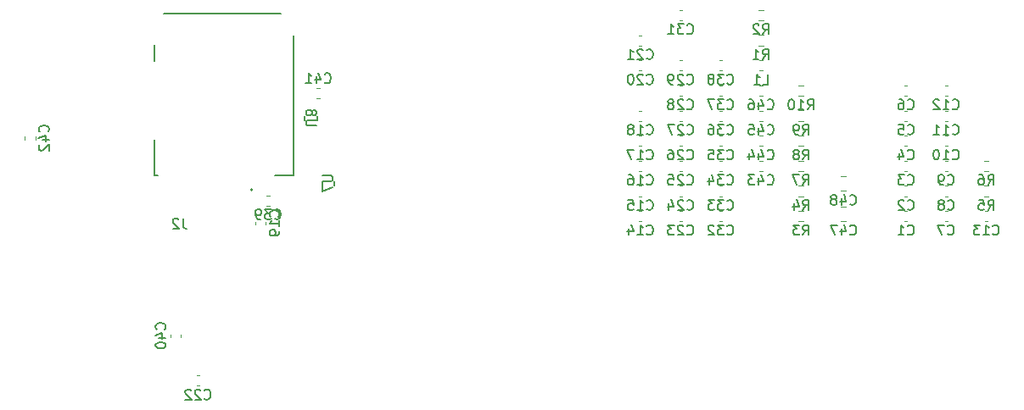
<source format=gbr>
%TF.GenerationSoftware,KiCad,Pcbnew,9.0.1-9.0.1-0~ubuntu24.04.1*%
%TF.CreationDate,2025-06-01T18:05:04-05:00*%
%TF.ProjectId,FC,46432e6b-6963-4616-945f-706362585858,rev?*%
%TF.SameCoordinates,Original*%
%TF.FileFunction,Legend,Bot*%
%TF.FilePolarity,Positive*%
%FSLAX46Y46*%
G04 Gerber Fmt 4.6, Leading zero omitted, Abs format (unit mm)*
G04 Created by KiCad (PCBNEW 9.0.1-9.0.1-0~ubuntu24.04.1) date 2025-06-01 18:05:04*
%MOMM*%
%LPD*%
G01*
G04 APERTURE LIST*
%ADD10C,0.150000*%
%ADD11C,0.152400*%
%ADD12C,0.120000*%
%ADD13C,0.127000*%
%ADD14C,0.200000*%
G04 APERTURE END LIST*
D10*
X194704819Y-66738795D02*
X195514342Y-66738795D01*
X195514342Y-66738795D02*
X195609580Y-66786414D01*
X195609580Y-66786414D02*
X195657200Y-66834033D01*
X195657200Y-66834033D02*
X195704819Y-66929271D01*
X195704819Y-66929271D02*
X195704819Y-67119747D01*
X195704819Y-67119747D02*
X195657200Y-67214985D01*
X195657200Y-67214985D02*
X195609580Y-67262604D01*
X195609580Y-67262604D02*
X195514342Y-67310223D01*
X195514342Y-67310223D02*
X194704819Y-67310223D01*
X194704819Y-67691176D02*
X194704819Y-68357842D01*
X194704819Y-68357842D02*
X195704819Y-67929271D01*
X227047857Y-62559580D02*
X227095476Y-62607200D01*
X227095476Y-62607200D02*
X227238333Y-62654819D01*
X227238333Y-62654819D02*
X227333571Y-62654819D01*
X227333571Y-62654819D02*
X227476428Y-62607200D01*
X227476428Y-62607200D02*
X227571666Y-62511961D01*
X227571666Y-62511961D02*
X227619285Y-62416723D01*
X227619285Y-62416723D02*
X227666904Y-62226247D01*
X227666904Y-62226247D02*
X227666904Y-62083390D01*
X227666904Y-62083390D02*
X227619285Y-61892914D01*
X227619285Y-61892914D02*
X227571666Y-61797676D01*
X227571666Y-61797676D02*
X227476428Y-61702438D01*
X227476428Y-61702438D02*
X227333571Y-61654819D01*
X227333571Y-61654819D02*
X227238333Y-61654819D01*
X227238333Y-61654819D02*
X227095476Y-61702438D01*
X227095476Y-61702438D02*
X227047857Y-61750057D01*
X226095476Y-62654819D02*
X226666904Y-62654819D01*
X226381190Y-62654819D02*
X226381190Y-61654819D01*
X226381190Y-61654819D02*
X226476428Y-61797676D01*
X226476428Y-61797676D02*
X226571666Y-61892914D01*
X226571666Y-61892914D02*
X226666904Y-61940533D01*
X225524047Y-62083390D02*
X225619285Y-62035771D01*
X225619285Y-62035771D02*
X225666904Y-61988152D01*
X225666904Y-61988152D02*
X225714523Y-61892914D01*
X225714523Y-61892914D02*
X225714523Y-61845295D01*
X225714523Y-61845295D02*
X225666904Y-61750057D01*
X225666904Y-61750057D02*
X225619285Y-61702438D01*
X225619285Y-61702438D02*
X225524047Y-61654819D01*
X225524047Y-61654819D02*
X225333571Y-61654819D01*
X225333571Y-61654819D02*
X225238333Y-61702438D01*
X225238333Y-61702438D02*
X225190714Y-61750057D01*
X225190714Y-61750057D02*
X225143095Y-61845295D01*
X225143095Y-61845295D02*
X225143095Y-61892914D01*
X225143095Y-61892914D02*
X225190714Y-61988152D01*
X225190714Y-61988152D02*
X225238333Y-62035771D01*
X225238333Y-62035771D02*
X225333571Y-62083390D01*
X225333571Y-62083390D02*
X225524047Y-62083390D01*
X225524047Y-62083390D02*
X225619285Y-62131009D01*
X225619285Y-62131009D02*
X225666904Y-62178628D01*
X225666904Y-62178628D02*
X225714523Y-62273866D01*
X225714523Y-62273866D02*
X225714523Y-62464342D01*
X225714523Y-62464342D02*
X225666904Y-62559580D01*
X225666904Y-62559580D02*
X225619285Y-62607200D01*
X225619285Y-62607200D02*
X225524047Y-62654819D01*
X225524047Y-62654819D02*
X225333571Y-62654819D01*
X225333571Y-62654819D02*
X225238333Y-62607200D01*
X225238333Y-62607200D02*
X225190714Y-62559580D01*
X225190714Y-62559580D02*
X225143095Y-62464342D01*
X225143095Y-62464342D02*
X225143095Y-62273866D01*
X225143095Y-62273866D02*
X225190714Y-62178628D01*
X225190714Y-62178628D02*
X225238333Y-62131009D01*
X225238333Y-62131009D02*
X225333571Y-62083390D01*
X235067857Y-70089580D02*
X235115476Y-70137200D01*
X235115476Y-70137200D02*
X235258333Y-70184819D01*
X235258333Y-70184819D02*
X235353571Y-70184819D01*
X235353571Y-70184819D02*
X235496428Y-70137200D01*
X235496428Y-70137200D02*
X235591666Y-70041961D01*
X235591666Y-70041961D02*
X235639285Y-69946723D01*
X235639285Y-69946723D02*
X235686904Y-69756247D01*
X235686904Y-69756247D02*
X235686904Y-69613390D01*
X235686904Y-69613390D02*
X235639285Y-69422914D01*
X235639285Y-69422914D02*
X235591666Y-69327676D01*
X235591666Y-69327676D02*
X235496428Y-69232438D01*
X235496428Y-69232438D02*
X235353571Y-69184819D01*
X235353571Y-69184819D02*
X235258333Y-69184819D01*
X235258333Y-69184819D02*
X235115476Y-69232438D01*
X235115476Y-69232438D02*
X235067857Y-69280057D01*
X234734523Y-69184819D02*
X234115476Y-69184819D01*
X234115476Y-69184819D02*
X234448809Y-69565771D01*
X234448809Y-69565771D02*
X234305952Y-69565771D01*
X234305952Y-69565771D02*
X234210714Y-69613390D01*
X234210714Y-69613390D02*
X234163095Y-69661009D01*
X234163095Y-69661009D02*
X234115476Y-69756247D01*
X234115476Y-69756247D02*
X234115476Y-69994342D01*
X234115476Y-69994342D02*
X234163095Y-70089580D01*
X234163095Y-70089580D02*
X234210714Y-70137200D01*
X234210714Y-70137200D02*
X234305952Y-70184819D01*
X234305952Y-70184819D02*
X234591666Y-70184819D01*
X234591666Y-70184819D02*
X234686904Y-70137200D01*
X234686904Y-70137200D02*
X234734523Y-70089580D01*
X233782142Y-69184819D02*
X233163095Y-69184819D01*
X233163095Y-69184819D02*
X233496428Y-69565771D01*
X233496428Y-69565771D02*
X233353571Y-69565771D01*
X233353571Y-69565771D02*
X233258333Y-69613390D01*
X233258333Y-69613390D02*
X233210714Y-69661009D01*
X233210714Y-69661009D02*
X233163095Y-69756247D01*
X233163095Y-69756247D02*
X233163095Y-69994342D01*
X233163095Y-69994342D02*
X233210714Y-70089580D01*
X233210714Y-70089580D02*
X233258333Y-70137200D01*
X233258333Y-70137200D02*
X233353571Y-70184819D01*
X233353571Y-70184819D02*
X233639285Y-70184819D01*
X233639285Y-70184819D02*
X233734523Y-70137200D01*
X233734523Y-70137200D02*
X233782142Y-70089580D01*
X253071666Y-67579580D02*
X253119285Y-67627200D01*
X253119285Y-67627200D02*
X253262142Y-67674819D01*
X253262142Y-67674819D02*
X253357380Y-67674819D01*
X253357380Y-67674819D02*
X253500237Y-67627200D01*
X253500237Y-67627200D02*
X253595475Y-67531961D01*
X253595475Y-67531961D02*
X253643094Y-67436723D01*
X253643094Y-67436723D02*
X253690713Y-67246247D01*
X253690713Y-67246247D02*
X253690713Y-67103390D01*
X253690713Y-67103390D02*
X253643094Y-66912914D01*
X253643094Y-66912914D02*
X253595475Y-66817676D01*
X253595475Y-66817676D02*
X253500237Y-66722438D01*
X253500237Y-66722438D02*
X253357380Y-66674819D01*
X253357380Y-66674819D02*
X253262142Y-66674819D01*
X253262142Y-66674819D02*
X253119285Y-66722438D01*
X253119285Y-66722438D02*
X253071666Y-66770057D01*
X252738332Y-66674819D02*
X252119285Y-66674819D01*
X252119285Y-66674819D02*
X252452618Y-67055771D01*
X252452618Y-67055771D02*
X252309761Y-67055771D01*
X252309761Y-67055771D02*
X252214523Y-67103390D01*
X252214523Y-67103390D02*
X252166904Y-67151009D01*
X252166904Y-67151009D02*
X252119285Y-67246247D01*
X252119285Y-67246247D02*
X252119285Y-67484342D01*
X252119285Y-67484342D02*
X252166904Y-67579580D01*
X252166904Y-67579580D02*
X252214523Y-67627200D01*
X252214523Y-67627200D02*
X252309761Y-67674819D01*
X252309761Y-67674819D02*
X252595475Y-67674819D01*
X252595475Y-67674819D02*
X252690713Y-67627200D01*
X252690713Y-67627200D02*
X252738332Y-67579580D01*
X238601666Y-57634819D02*
X239077856Y-57634819D01*
X239077856Y-57634819D02*
X239077856Y-56634819D01*
X237744523Y-57634819D02*
X238315951Y-57634819D01*
X238030237Y-57634819D02*
X238030237Y-56634819D01*
X238030237Y-56634819D02*
X238125475Y-56777676D01*
X238125475Y-56777676D02*
X238220713Y-56872914D01*
X238220713Y-56872914D02*
X238315951Y-56920533D01*
X227047857Y-55029580D02*
X227095476Y-55077200D01*
X227095476Y-55077200D02*
X227238333Y-55124819D01*
X227238333Y-55124819D02*
X227333571Y-55124819D01*
X227333571Y-55124819D02*
X227476428Y-55077200D01*
X227476428Y-55077200D02*
X227571666Y-54981961D01*
X227571666Y-54981961D02*
X227619285Y-54886723D01*
X227619285Y-54886723D02*
X227666904Y-54696247D01*
X227666904Y-54696247D02*
X227666904Y-54553390D01*
X227666904Y-54553390D02*
X227619285Y-54362914D01*
X227619285Y-54362914D02*
X227571666Y-54267676D01*
X227571666Y-54267676D02*
X227476428Y-54172438D01*
X227476428Y-54172438D02*
X227333571Y-54124819D01*
X227333571Y-54124819D02*
X227238333Y-54124819D01*
X227238333Y-54124819D02*
X227095476Y-54172438D01*
X227095476Y-54172438D02*
X227047857Y-54220057D01*
X226666904Y-54220057D02*
X226619285Y-54172438D01*
X226619285Y-54172438D02*
X226524047Y-54124819D01*
X226524047Y-54124819D02*
X226285952Y-54124819D01*
X226285952Y-54124819D02*
X226190714Y-54172438D01*
X226190714Y-54172438D02*
X226143095Y-54220057D01*
X226143095Y-54220057D02*
X226095476Y-54315295D01*
X226095476Y-54315295D02*
X226095476Y-54410533D01*
X226095476Y-54410533D02*
X226143095Y-54553390D01*
X226143095Y-54553390D02*
X226714523Y-55124819D01*
X226714523Y-55124819D02*
X226095476Y-55124819D01*
X225143095Y-55124819D02*
X225714523Y-55124819D01*
X225428809Y-55124819D02*
X225428809Y-54124819D01*
X225428809Y-54124819D02*
X225524047Y-54267676D01*
X225524047Y-54267676D02*
X225619285Y-54362914D01*
X225619285Y-54362914D02*
X225714523Y-54410533D01*
X239077857Y-65069580D02*
X239125476Y-65117200D01*
X239125476Y-65117200D02*
X239268333Y-65164819D01*
X239268333Y-65164819D02*
X239363571Y-65164819D01*
X239363571Y-65164819D02*
X239506428Y-65117200D01*
X239506428Y-65117200D02*
X239601666Y-65021961D01*
X239601666Y-65021961D02*
X239649285Y-64926723D01*
X239649285Y-64926723D02*
X239696904Y-64736247D01*
X239696904Y-64736247D02*
X239696904Y-64593390D01*
X239696904Y-64593390D02*
X239649285Y-64402914D01*
X239649285Y-64402914D02*
X239601666Y-64307676D01*
X239601666Y-64307676D02*
X239506428Y-64212438D01*
X239506428Y-64212438D02*
X239363571Y-64164819D01*
X239363571Y-64164819D02*
X239268333Y-64164819D01*
X239268333Y-64164819D02*
X239125476Y-64212438D01*
X239125476Y-64212438D02*
X239077857Y-64260057D01*
X238220714Y-64498152D02*
X238220714Y-65164819D01*
X238458809Y-64117200D02*
X238696904Y-64831485D01*
X238696904Y-64831485D02*
X238077857Y-64831485D01*
X237268333Y-64498152D02*
X237268333Y-65164819D01*
X237506428Y-64117200D02*
X237744523Y-64831485D01*
X237744523Y-64831485D02*
X237125476Y-64831485D01*
X231057857Y-72599580D02*
X231105476Y-72647200D01*
X231105476Y-72647200D02*
X231248333Y-72694819D01*
X231248333Y-72694819D02*
X231343571Y-72694819D01*
X231343571Y-72694819D02*
X231486428Y-72647200D01*
X231486428Y-72647200D02*
X231581666Y-72551961D01*
X231581666Y-72551961D02*
X231629285Y-72456723D01*
X231629285Y-72456723D02*
X231676904Y-72266247D01*
X231676904Y-72266247D02*
X231676904Y-72123390D01*
X231676904Y-72123390D02*
X231629285Y-71932914D01*
X231629285Y-71932914D02*
X231581666Y-71837676D01*
X231581666Y-71837676D02*
X231486428Y-71742438D01*
X231486428Y-71742438D02*
X231343571Y-71694819D01*
X231343571Y-71694819D02*
X231248333Y-71694819D01*
X231248333Y-71694819D02*
X231105476Y-71742438D01*
X231105476Y-71742438D02*
X231057857Y-71790057D01*
X230676904Y-71790057D02*
X230629285Y-71742438D01*
X230629285Y-71742438D02*
X230534047Y-71694819D01*
X230534047Y-71694819D02*
X230295952Y-71694819D01*
X230295952Y-71694819D02*
X230200714Y-71742438D01*
X230200714Y-71742438D02*
X230153095Y-71790057D01*
X230153095Y-71790057D02*
X230105476Y-71885295D01*
X230105476Y-71885295D02*
X230105476Y-71980533D01*
X230105476Y-71980533D02*
X230153095Y-72123390D01*
X230153095Y-72123390D02*
X230724523Y-72694819D01*
X230724523Y-72694819D02*
X230105476Y-72694819D01*
X229772142Y-71694819D02*
X229153095Y-71694819D01*
X229153095Y-71694819D02*
X229486428Y-72075771D01*
X229486428Y-72075771D02*
X229343571Y-72075771D01*
X229343571Y-72075771D02*
X229248333Y-72123390D01*
X229248333Y-72123390D02*
X229200714Y-72171009D01*
X229200714Y-72171009D02*
X229153095Y-72266247D01*
X229153095Y-72266247D02*
X229153095Y-72504342D01*
X229153095Y-72504342D02*
X229200714Y-72599580D01*
X229200714Y-72599580D02*
X229248333Y-72647200D01*
X229248333Y-72647200D02*
X229343571Y-72694819D01*
X229343571Y-72694819D02*
X229629285Y-72694819D01*
X229629285Y-72694819D02*
X229724523Y-72647200D01*
X229724523Y-72647200D02*
X229772142Y-72599580D01*
X239077857Y-60049580D02*
X239125476Y-60097200D01*
X239125476Y-60097200D02*
X239268333Y-60144819D01*
X239268333Y-60144819D02*
X239363571Y-60144819D01*
X239363571Y-60144819D02*
X239506428Y-60097200D01*
X239506428Y-60097200D02*
X239601666Y-60001961D01*
X239601666Y-60001961D02*
X239649285Y-59906723D01*
X239649285Y-59906723D02*
X239696904Y-59716247D01*
X239696904Y-59716247D02*
X239696904Y-59573390D01*
X239696904Y-59573390D02*
X239649285Y-59382914D01*
X239649285Y-59382914D02*
X239601666Y-59287676D01*
X239601666Y-59287676D02*
X239506428Y-59192438D01*
X239506428Y-59192438D02*
X239363571Y-59144819D01*
X239363571Y-59144819D02*
X239268333Y-59144819D01*
X239268333Y-59144819D02*
X239125476Y-59192438D01*
X239125476Y-59192438D02*
X239077857Y-59240057D01*
X238220714Y-59478152D02*
X238220714Y-60144819D01*
X238458809Y-59097200D02*
X238696904Y-59811485D01*
X238696904Y-59811485D02*
X238077857Y-59811485D01*
X237268333Y-59144819D02*
X237458809Y-59144819D01*
X237458809Y-59144819D02*
X237554047Y-59192438D01*
X237554047Y-59192438D02*
X237601666Y-59240057D01*
X237601666Y-59240057D02*
X237696904Y-59382914D01*
X237696904Y-59382914D02*
X237744523Y-59573390D01*
X237744523Y-59573390D02*
X237744523Y-59954342D01*
X237744523Y-59954342D02*
X237696904Y-60049580D01*
X237696904Y-60049580D02*
X237649285Y-60097200D01*
X237649285Y-60097200D02*
X237554047Y-60144819D01*
X237554047Y-60144819D02*
X237363571Y-60144819D01*
X237363571Y-60144819D02*
X237268333Y-60097200D01*
X237268333Y-60097200D02*
X237220714Y-60049580D01*
X237220714Y-60049580D02*
X237173095Y-59954342D01*
X237173095Y-59954342D02*
X237173095Y-59716247D01*
X237173095Y-59716247D02*
X237220714Y-59621009D01*
X237220714Y-59621009D02*
X237268333Y-59573390D01*
X237268333Y-59573390D02*
X237363571Y-59525771D01*
X237363571Y-59525771D02*
X237554047Y-59525771D01*
X237554047Y-59525771D02*
X237649285Y-59573390D01*
X237649285Y-59573390D02*
X237696904Y-59621009D01*
X237696904Y-59621009D02*
X237744523Y-59716247D01*
X257557857Y-62559580D02*
X257605476Y-62607200D01*
X257605476Y-62607200D02*
X257748333Y-62654819D01*
X257748333Y-62654819D02*
X257843571Y-62654819D01*
X257843571Y-62654819D02*
X257986428Y-62607200D01*
X257986428Y-62607200D02*
X258081666Y-62511961D01*
X258081666Y-62511961D02*
X258129285Y-62416723D01*
X258129285Y-62416723D02*
X258176904Y-62226247D01*
X258176904Y-62226247D02*
X258176904Y-62083390D01*
X258176904Y-62083390D02*
X258129285Y-61892914D01*
X258129285Y-61892914D02*
X258081666Y-61797676D01*
X258081666Y-61797676D02*
X257986428Y-61702438D01*
X257986428Y-61702438D02*
X257843571Y-61654819D01*
X257843571Y-61654819D02*
X257748333Y-61654819D01*
X257748333Y-61654819D02*
X257605476Y-61702438D01*
X257605476Y-61702438D02*
X257557857Y-61750057D01*
X256605476Y-62654819D02*
X257176904Y-62654819D01*
X256891190Y-62654819D02*
X256891190Y-61654819D01*
X256891190Y-61654819D02*
X256986428Y-61797676D01*
X256986428Y-61797676D02*
X257081666Y-61892914D01*
X257081666Y-61892914D02*
X257176904Y-61940533D01*
X255653095Y-62654819D02*
X256224523Y-62654819D01*
X255938809Y-62654819D02*
X255938809Y-61654819D01*
X255938809Y-61654819D02*
X256034047Y-61797676D01*
X256034047Y-61797676D02*
X256129285Y-61892914D01*
X256129285Y-61892914D02*
X256224523Y-61940533D01*
X235067857Y-72599580D02*
X235115476Y-72647200D01*
X235115476Y-72647200D02*
X235258333Y-72694819D01*
X235258333Y-72694819D02*
X235353571Y-72694819D01*
X235353571Y-72694819D02*
X235496428Y-72647200D01*
X235496428Y-72647200D02*
X235591666Y-72551961D01*
X235591666Y-72551961D02*
X235639285Y-72456723D01*
X235639285Y-72456723D02*
X235686904Y-72266247D01*
X235686904Y-72266247D02*
X235686904Y-72123390D01*
X235686904Y-72123390D02*
X235639285Y-71932914D01*
X235639285Y-71932914D02*
X235591666Y-71837676D01*
X235591666Y-71837676D02*
X235496428Y-71742438D01*
X235496428Y-71742438D02*
X235353571Y-71694819D01*
X235353571Y-71694819D02*
X235258333Y-71694819D01*
X235258333Y-71694819D02*
X235115476Y-71742438D01*
X235115476Y-71742438D02*
X235067857Y-71790057D01*
X234734523Y-71694819D02*
X234115476Y-71694819D01*
X234115476Y-71694819D02*
X234448809Y-72075771D01*
X234448809Y-72075771D02*
X234305952Y-72075771D01*
X234305952Y-72075771D02*
X234210714Y-72123390D01*
X234210714Y-72123390D02*
X234163095Y-72171009D01*
X234163095Y-72171009D02*
X234115476Y-72266247D01*
X234115476Y-72266247D02*
X234115476Y-72504342D01*
X234115476Y-72504342D02*
X234163095Y-72599580D01*
X234163095Y-72599580D02*
X234210714Y-72647200D01*
X234210714Y-72647200D02*
X234305952Y-72694819D01*
X234305952Y-72694819D02*
X234591666Y-72694819D01*
X234591666Y-72694819D02*
X234686904Y-72647200D01*
X234686904Y-72647200D02*
X234734523Y-72599580D01*
X233734523Y-71790057D02*
X233686904Y-71742438D01*
X233686904Y-71742438D02*
X233591666Y-71694819D01*
X233591666Y-71694819D02*
X233353571Y-71694819D01*
X233353571Y-71694819D02*
X233258333Y-71742438D01*
X233258333Y-71742438D02*
X233210714Y-71790057D01*
X233210714Y-71790057D02*
X233163095Y-71885295D01*
X233163095Y-71885295D02*
X233163095Y-71980533D01*
X233163095Y-71980533D02*
X233210714Y-72123390D01*
X233210714Y-72123390D02*
X233782142Y-72694819D01*
X233782142Y-72694819D02*
X233163095Y-72694819D01*
X253071666Y-70089580D02*
X253119285Y-70137200D01*
X253119285Y-70137200D02*
X253262142Y-70184819D01*
X253262142Y-70184819D02*
X253357380Y-70184819D01*
X253357380Y-70184819D02*
X253500237Y-70137200D01*
X253500237Y-70137200D02*
X253595475Y-70041961D01*
X253595475Y-70041961D02*
X253643094Y-69946723D01*
X253643094Y-69946723D02*
X253690713Y-69756247D01*
X253690713Y-69756247D02*
X253690713Y-69613390D01*
X253690713Y-69613390D02*
X253643094Y-69422914D01*
X253643094Y-69422914D02*
X253595475Y-69327676D01*
X253595475Y-69327676D02*
X253500237Y-69232438D01*
X253500237Y-69232438D02*
X253357380Y-69184819D01*
X253357380Y-69184819D02*
X253262142Y-69184819D01*
X253262142Y-69184819D02*
X253119285Y-69232438D01*
X253119285Y-69232438D02*
X253071666Y-69280057D01*
X252690713Y-69280057D02*
X252643094Y-69232438D01*
X252643094Y-69232438D02*
X252547856Y-69184819D01*
X252547856Y-69184819D02*
X252309761Y-69184819D01*
X252309761Y-69184819D02*
X252214523Y-69232438D01*
X252214523Y-69232438D02*
X252166904Y-69280057D01*
X252166904Y-69280057D02*
X252119285Y-69375295D01*
X252119285Y-69375295D02*
X252119285Y-69470533D01*
X252119285Y-69470533D02*
X252166904Y-69613390D01*
X252166904Y-69613390D02*
X252738332Y-70184819D01*
X252738332Y-70184819D02*
X252119285Y-70184819D01*
X178929580Y-82107142D02*
X178977200Y-82059523D01*
X178977200Y-82059523D02*
X179024819Y-81916666D01*
X179024819Y-81916666D02*
X179024819Y-81821428D01*
X179024819Y-81821428D02*
X178977200Y-81678571D01*
X178977200Y-81678571D02*
X178881961Y-81583333D01*
X178881961Y-81583333D02*
X178786723Y-81535714D01*
X178786723Y-81535714D02*
X178596247Y-81488095D01*
X178596247Y-81488095D02*
X178453390Y-81488095D01*
X178453390Y-81488095D02*
X178262914Y-81535714D01*
X178262914Y-81535714D02*
X178167676Y-81583333D01*
X178167676Y-81583333D02*
X178072438Y-81678571D01*
X178072438Y-81678571D02*
X178024819Y-81821428D01*
X178024819Y-81821428D02*
X178024819Y-81916666D01*
X178024819Y-81916666D02*
X178072438Y-82059523D01*
X178072438Y-82059523D02*
X178120057Y-82107142D01*
X178358152Y-82964285D02*
X179024819Y-82964285D01*
X177977200Y-82726190D02*
X178691485Y-82488095D01*
X178691485Y-82488095D02*
X178691485Y-83107142D01*
X178024819Y-83678571D02*
X178024819Y-83773809D01*
X178024819Y-83773809D02*
X178072438Y-83869047D01*
X178072438Y-83869047D02*
X178120057Y-83916666D01*
X178120057Y-83916666D02*
X178215295Y-83964285D01*
X178215295Y-83964285D02*
X178405771Y-84011904D01*
X178405771Y-84011904D02*
X178643866Y-84011904D01*
X178643866Y-84011904D02*
X178834342Y-83964285D01*
X178834342Y-83964285D02*
X178929580Y-83916666D01*
X178929580Y-83916666D02*
X178977200Y-83869047D01*
X178977200Y-83869047D02*
X179024819Y-83773809D01*
X179024819Y-83773809D02*
X179024819Y-83678571D01*
X179024819Y-83678571D02*
X178977200Y-83583333D01*
X178977200Y-83583333D02*
X178929580Y-83535714D01*
X178929580Y-83535714D02*
X178834342Y-83488095D01*
X178834342Y-83488095D02*
X178643866Y-83440476D01*
X178643866Y-83440476D02*
X178405771Y-83440476D01*
X178405771Y-83440476D02*
X178215295Y-83488095D01*
X178215295Y-83488095D02*
X178120057Y-83535714D01*
X178120057Y-83535714D02*
X178072438Y-83583333D01*
X178072438Y-83583333D02*
X178024819Y-83678571D01*
X231057857Y-65069580D02*
X231105476Y-65117200D01*
X231105476Y-65117200D02*
X231248333Y-65164819D01*
X231248333Y-65164819D02*
X231343571Y-65164819D01*
X231343571Y-65164819D02*
X231486428Y-65117200D01*
X231486428Y-65117200D02*
X231581666Y-65021961D01*
X231581666Y-65021961D02*
X231629285Y-64926723D01*
X231629285Y-64926723D02*
X231676904Y-64736247D01*
X231676904Y-64736247D02*
X231676904Y-64593390D01*
X231676904Y-64593390D02*
X231629285Y-64402914D01*
X231629285Y-64402914D02*
X231581666Y-64307676D01*
X231581666Y-64307676D02*
X231486428Y-64212438D01*
X231486428Y-64212438D02*
X231343571Y-64164819D01*
X231343571Y-64164819D02*
X231248333Y-64164819D01*
X231248333Y-64164819D02*
X231105476Y-64212438D01*
X231105476Y-64212438D02*
X231057857Y-64260057D01*
X230676904Y-64260057D02*
X230629285Y-64212438D01*
X230629285Y-64212438D02*
X230534047Y-64164819D01*
X230534047Y-64164819D02*
X230295952Y-64164819D01*
X230295952Y-64164819D02*
X230200714Y-64212438D01*
X230200714Y-64212438D02*
X230153095Y-64260057D01*
X230153095Y-64260057D02*
X230105476Y-64355295D01*
X230105476Y-64355295D02*
X230105476Y-64450533D01*
X230105476Y-64450533D02*
X230153095Y-64593390D01*
X230153095Y-64593390D02*
X230724523Y-65164819D01*
X230724523Y-65164819D02*
X230105476Y-65164819D01*
X229248333Y-64164819D02*
X229438809Y-64164819D01*
X229438809Y-64164819D02*
X229534047Y-64212438D01*
X229534047Y-64212438D02*
X229581666Y-64260057D01*
X229581666Y-64260057D02*
X229676904Y-64402914D01*
X229676904Y-64402914D02*
X229724523Y-64593390D01*
X229724523Y-64593390D02*
X229724523Y-64974342D01*
X229724523Y-64974342D02*
X229676904Y-65069580D01*
X229676904Y-65069580D02*
X229629285Y-65117200D01*
X229629285Y-65117200D02*
X229534047Y-65164819D01*
X229534047Y-65164819D02*
X229343571Y-65164819D01*
X229343571Y-65164819D02*
X229248333Y-65117200D01*
X229248333Y-65117200D02*
X229200714Y-65069580D01*
X229200714Y-65069580D02*
X229153095Y-64974342D01*
X229153095Y-64974342D02*
X229153095Y-64736247D01*
X229153095Y-64736247D02*
X229200714Y-64641009D01*
X229200714Y-64641009D02*
X229248333Y-64593390D01*
X229248333Y-64593390D02*
X229343571Y-64545771D01*
X229343571Y-64545771D02*
X229534047Y-64545771D01*
X229534047Y-64545771D02*
X229629285Y-64593390D01*
X229629285Y-64593390D02*
X229676904Y-64641009D01*
X229676904Y-64641009D02*
X229724523Y-64736247D01*
X231057857Y-62559580D02*
X231105476Y-62607200D01*
X231105476Y-62607200D02*
X231248333Y-62654819D01*
X231248333Y-62654819D02*
X231343571Y-62654819D01*
X231343571Y-62654819D02*
X231486428Y-62607200D01*
X231486428Y-62607200D02*
X231581666Y-62511961D01*
X231581666Y-62511961D02*
X231629285Y-62416723D01*
X231629285Y-62416723D02*
X231676904Y-62226247D01*
X231676904Y-62226247D02*
X231676904Y-62083390D01*
X231676904Y-62083390D02*
X231629285Y-61892914D01*
X231629285Y-61892914D02*
X231581666Y-61797676D01*
X231581666Y-61797676D02*
X231486428Y-61702438D01*
X231486428Y-61702438D02*
X231343571Y-61654819D01*
X231343571Y-61654819D02*
X231248333Y-61654819D01*
X231248333Y-61654819D02*
X231105476Y-61702438D01*
X231105476Y-61702438D02*
X231057857Y-61750057D01*
X230676904Y-61750057D02*
X230629285Y-61702438D01*
X230629285Y-61702438D02*
X230534047Y-61654819D01*
X230534047Y-61654819D02*
X230295952Y-61654819D01*
X230295952Y-61654819D02*
X230200714Y-61702438D01*
X230200714Y-61702438D02*
X230153095Y-61750057D01*
X230153095Y-61750057D02*
X230105476Y-61845295D01*
X230105476Y-61845295D02*
X230105476Y-61940533D01*
X230105476Y-61940533D02*
X230153095Y-62083390D01*
X230153095Y-62083390D02*
X230724523Y-62654819D01*
X230724523Y-62654819D02*
X230105476Y-62654819D01*
X229772142Y-61654819D02*
X229105476Y-61654819D01*
X229105476Y-61654819D02*
X229534047Y-62654819D01*
X231057857Y-70089580D02*
X231105476Y-70137200D01*
X231105476Y-70137200D02*
X231248333Y-70184819D01*
X231248333Y-70184819D02*
X231343571Y-70184819D01*
X231343571Y-70184819D02*
X231486428Y-70137200D01*
X231486428Y-70137200D02*
X231581666Y-70041961D01*
X231581666Y-70041961D02*
X231629285Y-69946723D01*
X231629285Y-69946723D02*
X231676904Y-69756247D01*
X231676904Y-69756247D02*
X231676904Y-69613390D01*
X231676904Y-69613390D02*
X231629285Y-69422914D01*
X231629285Y-69422914D02*
X231581666Y-69327676D01*
X231581666Y-69327676D02*
X231486428Y-69232438D01*
X231486428Y-69232438D02*
X231343571Y-69184819D01*
X231343571Y-69184819D02*
X231248333Y-69184819D01*
X231248333Y-69184819D02*
X231105476Y-69232438D01*
X231105476Y-69232438D02*
X231057857Y-69280057D01*
X230676904Y-69280057D02*
X230629285Y-69232438D01*
X230629285Y-69232438D02*
X230534047Y-69184819D01*
X230534047Y-69184819D02*
X230295952Y-69184819D01*
X230295952Y-69184819D02*
X230200714Y-69232438D01*
X230200714Y-69232438D02*
X230153095Y-69280057D01*
X230153095Y-69280057D02*
X230105476Y-69375295D01*
X230105476Y-69375295D02*
X230105476Y-69470533D01*
X230105476Y-69470533D02*
X230153095Y-69613390D01*
X230153095Y-69613390D02*
X230724523Y-70184819D01*
X230724523Y-70184819D02*
X230105476Y-70184819D01*
X229248333Y-69518152D02*
X229248333Y-70184819D01*
X229486428Y-69137200D02*
X229724523Y-69851485D01*
X229724523Y-69851485D02*
X229105476Y-69851485D01*
X227047857Y-72599580D02*
X227095476Y-72647200D01*
X227095476Y-72647200D02*
X227238333Y-72694819D01*
X227238333Y-72694819D02*
X227333571Y-72694819D01*
X227333571Y-72694819D02*
X227476428Y-72647200D01*
X227476428Y-72647200D02*
X227571666Y-72551961D01*
X227571666Y-72551961D02*
X227619285Y-72456723D01*
X227619285Y-72456723D02*
X227666904Y-72266247D01*
X227666904Y-72266247D02*
X227666904Y-72123390D01*
X227666904Y-72123390D02*
X227619285Y-71932914D01*
X227619285Y-71932914D02*
X227571666Y-71837676D01*
X227571666Y-71837676D02*
X227476428Y-71742438D01*
X227476428Y-71742438D02*
X227333571Y-71694819D01*
X227333571Y-71694819D02*
X227238333Y-71694819D01*
X227238333Y-71694819D02*
X227095476Y-71742438D01*
X227095476Y-71742438D02*
X227047857Y-71790057D01*
X226095476Y-72694819D02*
X226666904Y-72694819D01*
X226381190Y-72694819D02*
X226381190Y-71694819D01*
X226381190Y-71694819D02*
X226476428Y-71837676D01*
X226476428Y-71837676D02*
X226571666Y-71932914D01*
X226571666Y-71932914D02*
X226666904Y-71980533D01*
X225238333Y-72028152D02*
X225238333Y-72694819D01*
X225476428Y-71647200D02*
X225714523Y-72361485D01*
X225714523Y-72361485D02*
X225095476Y-72361485D01*
X257081666Y-72599580D02*
X257129285Y-72647200D01*
X257129285Y-72647200D02*
X257272142Y-72694819D01*
X257272142Y-72694819D02*
X257367380Y-72694819D01*
X257367380Y-72694819D02*
X257510237Y-72647200D01*
X257510237Y-72647200D02*
X257605475Y-72551961D01*
X257605475Y-72551961D02*
X257653094Y-72456723D01*
X257653094Y-72456723D02*
X257700713Y-72266247D01*
X257700713Y-72266247D02*
X257700713Y-72123390D01*
X257700713Y-72123390D02*
X257653094Y-71932914D01*
X257653094Y-71932914D02*
X257605475Y-71837676D01*
X257605475Y-71837676D02*
X257510237Y-71742438D01*
X257510237Y-71742438D02*
X257367380Y-71694819D01*
X257367380Y-71694819D02*
X257272142Y-71694819D01*
X257272142Y-71694819D02*
X257129285Y-71742438D01*
X257129285Y-71742438D02*
X257081666Y-71790057D01*
X256748332Y-71694819D02*
X256081666Y-71694819D01*
X256081666Y-71694819D02*
X256510237Y-72694819D01*
X238601666Y-52614819D02*
X238934999Y-52138628D01*
X239173094Y-52614819D02*
X239173094Y-51614819D01*
X239173094Y-51614819D02*
X238792142Y-51614819D01*
X238792142Y-51614819D02*
X238696904Y-51662438D01*
X238696904Y-51662438D02*
X238649285Y-51710057D01*
X238649285Y-51710057D02*
X238601666Y-51805295D01*
X238601666Y-51805295D02*
X238601666Y-51948152D01*
X238601666Y-51948152D02*
X238649285Y-52043390D01*
X238649285Y-52043390D02*
X238696904Y-52091009D01*
X238696904Y-52091009D02*
X238792142Y-52138628D01*
X238792142Y-52138628D02*
X239173094Y-52138628D01*
X238220713Y-51710057D02*
X238173094Y-51662438D01*
X238173094Y-51662438D02*
X238077856Y-51614819D01*
X238077856Y-51614819D02*
X237839761Y-51614819D01*
X237839761Y-51614819D02*
X237744523Y-51662438D01*
X237744523Y-51662438D02*
X237696904Y-51710057D01*
X237696904Y-51710057D02*
X237649285Y-51805295D01*
X237649285Y-51805295D02*
X237649285Y-51900533D01*
X237649285Y-51900533D02*
X237696904Y-52043390D01*
X237696904Y-52043390D02*
X238268332Y-52614819D01*
X238268332Y-52614819D02*
X237649285Y-52614819D01*
X190289580Y-70857142D02*
X190337200Y-70809523D01*
X190337200Y-70809523D02*
X190384819Y-70666666D01*
X190384819Y-70666666D02*
X190384819Y-70571428D01*
X190384819Y-70571428D02*
X190337200Y-70428571D01*
X190337200Y-70428571D02*
X190241961Y-70333333D01*
X190241961Y-70333333D02*
X190146723Y-70285714D01*
X190146723Y-70285714D02*
X189956247Y-70238095D01*
X189956247Y-70238095D02*
X189813390Y-70238095D01*
X189813390Y-70238095D02*
X189622914Y-70285714D01*
X189622914Y-70285714D02*
X189527676Y-70333333D01*
X189527676Y-70333333D02*
X189432438Y-70428571D01*
X189432438Y-70428571D02*
X189384819Y-70571428D01*
X189384819Y-70571428D02*
X189384819Y-70666666D01*
X189384819Y-70666666D02*
X189432438Y-70809523D01*
X189432438Y-70809523D02*
X189480057Y-70857142D01*
X190384819Y-71809523D02*
X190384819Y-71238095D01*
X190384819Y-71523809D02*
X189384819Y-71523809D01*
X189384819Y-71523809D02*
X189527676Y-71428571D01*
X189527676Y-71428571D02*
X189622914Y-71333333D01*
X189622914Y-71333333D02*
X189670533Y-71238095D01*
X190384819Y-72285714D02*
X190384819Y-72476190D01*
X190384819Y-72476190D02*
X190337200Y-72571428D01*
X190337200Y-72571428D02*
X190289580Y-72619047D01*
X190289580Y-72619047D02*
X190146723Y-72714285D01*
X190146723Y-72714285D02*
X189956247Y-72761904D01*
X189956247Y-72761904D02*
X189575295Y-72761904D01*
X189575295Y-72761904D02*
X189480057Y-72714285D01*
X189480057Y-72714285D02*
X189432438Y-72666666D01*
X189432438Y-72666666D02*
X189384819Y-72571428D01*
X189384819Y-72571428D02*
X189384819Y-72380952D01*
X189384819Y-72380952D02*
X189432438Y-72285714D01*
X189432438Y-72285714D02*
X189480057Y-72238095D01*
X189480057Y-72238095D02*
X189575295Y-72190476D01*
X189575295Y-72190476D02*
X189813390Y-72190476D01*
X189813390Y-72190476D02*
X189908628Y-72238095D01*
X189908628Y-72238095D02*
X189956247Y-72285714D01*
X189956247Y-72285714D02*
X190003866Y-72380952D01*
X190003866Y-72380952D02*
X190003866Y-72571428D01*
X190003866Y-72571428D02*
X189956247Y-72666666D01*
X189956247Y-72666666D02*
X189908628Y-72714285D01*
X189908628Y-72714285D02*
X189813390Y-72761904D01*
X235067857Y-60049580D02*
X235115476Y-60097200D01*
X235115476Y-60097200D02*
X235258333Y-60144819D01*
X235258333Y-60144819D02*
X235353571Y-60144819D01*
X235353571Y-60144819D02*
X235496428Y-60097200D01*
X235496428Y-60097200D02*
X235591666Y-60001961D01*
X235591666Y-60001961D02*
X235639285Y-59906723D01*
X235639285Y-59906723D02*
X235686904Y-59716247D01*
X235686904Y-59716247D02*
X235686904Y-59573390D01*
X235686904Y-59573390D02*
X235639285Y-59382914D01*
X235639285Y-59382914D02*
X235591666Y-59287676D01*
X235591666Y-59287676D02*
X235496428Y-59192438D01*
X235496428Y-59192438D02*
X235353571Y-59144819D01*
X235353571Y-59144819D02*
X235258333Y-59144819D01*
X235258333Y-59144819D02*
X235115476Y-59192438D01*
X235115476Y-59192438D02*
X235067857Y-59240057D01*
X234734523Y-59144819D02*
X234115476Y-59144819D01*
X234115476Y-59144819D02*
X234448809Y-59525771D01*
X234448809Y-59525771D02*
X234305952Y-59525771D01*
X234305952Y-59525771D02*
X234210714Y-59573390D01*
X234210714Y-59573390D02*
X234163095Y-59621009D01*
X234163095Y-59621009D02*
X234115476Y-59716247D01*
X234115476Y-59716247D02*
X234115476Y-59954342D01*
X234115476Y-59954342D02*
X234163095Y-60049580D01*
X234163095Y-60049580D02*
X234210714Y-60097200D01*
X234210714Y-60097200D02*
X234305952Y-60144819D01*
X234305952Y-60144819D02*
X234591666Y-60144819D01*
X234591666Y-60144819D02*
X234686904Y-60097200D01*
X234686904Y-60097200D02*
X234734523Y-60049580D01*
X233782142Y-59144819D02*
X233115476Y-59144819D01*
X233115476Y-59144819D02*
X233544047Y-60144819D01*
X239077857Y-62559580D02*
X239125476Y-62607200D01*
X239125476Y-62607200D02*
X239268333Y-62654819D01*
X239268333Y-62654819D02*
X239363571Y-62654819D01*
X239363571Y-62654819D02*
X239506428Y-62607200D01*
X239506428Y-62607200D02*
X239601666Y-62511961D01*
X239601666Y-62511961D02*
X239649285Y-62416723D01*
X239649285Y-62416723D02*
X239696904Y-62226247D01*
X239696904Y-62226247D02*
X239696904Y-62083390D01*
X239696904Y-62083390D02*
X239649285Y-61892914D01*
X239649285Y-61892914D02*
X239601666Y-61797676D01*
X239601666Y-61797676D02*
X239506428Y-61702438D01*
X239506428Y-61702438D02*
X239363571Y-61654819D01*
X239363571Y-61654819D02*
X239268333Y-61654819D01*
X239268333Y-61654819D02*
X239125476Y-61702438D01*
X239125476Y-61702438D02*
X239077857Y-61750057D01*
X238220714Y-61988152D02*
X238220714Y-62654819D01*
X238458809Y-61607200D02*
X238696904Y-62321485D01*
X238696904Y-62321485D02*
X238077857Y-62321485D01*
X237220714Y-61654819D02*
X237696904Y-61654819D01*
X237696904Y-61654819D02*
X237744523Y-62131009D01*
X237744523Y-62131009D02*
X237696904Y-62083390D01*
X237696904Y-62083390D02*
X237601666Y-62035771D01*
X237601666Y-62035771D02*
X237363571Y-62035771D01*
X237363571Y-62035771D02*
X237268333Y-62083390D01*
X237268333Y-62083390D02*
X237220714Y-62131009D01*
X237220714Y-62131009D02*
X237173095Y-62226247D01*
X237173095Y-62226247D02*
X237173095Y-62464342D01*
X237173095Y-62464342D02*
X237220714Y-62559580D01*
X237220714Y-62559580D02*
X237268333Y-62607200D01*
X237268333Y-62607200D02*
X237363571Y-62654819D01*
X237363571Y-62654819D02*
X237601666Y-62654819D01*
X237601666Y-62654819D02*
X237696904Y-62607200D01*
X237696904Y-62607200D02*
X237744523Y-62559580D01*
X242611666Y-67674819D02*
X242944999Y-67198628D01*
X243183094Y-67674819D02*
X243183094Y-66674819D01*
X243183094Y-66674819D02*
X242802142Y-66674819D01*
X242802142Y-66674819D02*
X242706904Y-66722438D01*
X242706904Y-66722438D02*
X242659285Y-66770057D01*
X242659285Y-66770057D02*
X242611666Y-66865295D01*
X242611666Y-66865295D02*
X242611666Y-67008152D01*
X242611666Y-67008152D02*
X242659285Y-67103390D01*
X242659285Y-67103390D02*
X242706904Y-67151009D01*
X242706904Y-67151009D02*
X242802142Y-67198628D01*
X242802142Y-67198628D02*
X243183094Y-67198628D01*
X242278332Y-66674819D02*
X241611666Y-66674819D01*
X241611666Y-66674819D02*
X242040237Y-67674819D01*
X242611666Y-70184819D02*
X242944999Y-69708628D01*
X243183094Y-70184819D02*
X243183094Y-69184819D01*
X243183094Y-69184819D02*
X242802142Y-69184819D01*
X242802142Y-69184819D02*
X242706904Y-69232438D01*
X242706904Y-69232438D02*
X242659285Y-69280057D01*
X242659285Y-69280057D02*
X242611666Y-69375295D01*
X242611666Y-69375295D02*
X242611666Y-69518152D01*
X242611666Y-69518152D02*
X242659285Y-69613390D01*
X242659285Y-69613390D02*
X242706904Y-69661009D01*
X242706904Y-69661009D02*
X242802142Y-69708628D01*
X242802142Y-69708628D02*
X243183094Y-69708628D01*
X241754523Y-69518152D02*
X241754523Y-70184819D01*
X241992618Y-69137200D02*
X242230713Y-69851485D01*
X242230713Y-69851485D02*
X241611666Y-69851485D01*
X231057857Y-52519580D02*
X231105476Y-52567200D01*
X231105476Y-52567200D02*
X231248333Y-52614819D01*
X231248333Y-52614819D02*
X231343571Y-52614819D01*
X231343571Y-52614819D02*
X231486428Y-52567200D01*
X231486428Y-52567200D02*
X231581666Y-52471961D01*
X231581666Y-52471961D02*
X231629285Y-52376723D01*
X231629285Y-52376723D02*
X231676904Y-52186247D01*
X231676904Y-52186247D02*
X231676904Y-52043390D01*
X231676904Y-52043390D02*
X231629285Y-51852914D01*
X231629285Y-51852914D02*
X231581666Y-51757676D01*
X231581666Y-51757676D02*
X231486428Y-51662438D01*
X231486428Y-51662438D02*
X231343571Y-51614819D01*
X231343571Y-51614819D02*
X231248333Y-51614819D01*
X231248333Y-51614819D02*
X231105476Y-51662438D01*
X231105476Y-51662438D02*
X231057857Y-51710057D01*
X230724523Y-51614819D02*
X230105476Y-51614819D01*
X230105476Y-51614819D02*
X230438809Y-51995771D01*
X230438809Y-51995771D02*
X230295952Y-51995771D01*
X230295952Y-51995771D02*
X230200714Y-52043390D01*
X230200714Y-52043390D02*
X230153095Y-52091009D01*
X230153095Y-52091009D02*
X230105476Y-52186247D01*
X230105476Y-52186247D02*
X230105476Y-52424342D01*
X230105476Y-52424342D02*
X230153095Y-52519580D01*
X230153095Y-52519580D02*
X230200714Y-52567200D01*
X230200714Y-52567200D02*
X230295952Y-52614819D01*
X230295952Y-52614819D02*
X230581666Y-52614819D01*
X230581666Y-52614819D02*
X230676904Y-52567200D01*
X230676904Y-52567200D02*
X230724523Y-52519580D01*
X229153095Y-52614819D02*
X229724523Y-52614819D01*
X229438809Y-52614819D02*
X229438809Y-51614819D01*
X229438809Y-51614819D02*
X229534047Y-51757676D01*
X229534047Y-51757676D02*
X229629285Y-51852914D01*
X229629285Y-51852914D02*
X229724523Y-51900533D01*
X227047857Y-70089580D02*
X227095476Y-70137200D01*
X227095476Y-70137200D02*
X227238333Y-70184819D01*
X227238333Y-70184819D02*
X227333571Y-70184819D01*
X227333571Y-70184819D02*
X227476428Y-70137200D01*
X227476428Y-70137200D02*
X227571666Y-70041961D01*
X227571666Y-70041961D02*
X227619285Y-69946723D01*
X227619285Y-69946723D02*
X227666904Y-69756247D01*
X227666904Y-69756247D02*
X227666904Y-69613390D01*
X227666904Y-69613390D02*
X227619285Y-69422914D01*
X227619285Y-69422914D02*
X227571666Y-69327676D01*
X227571666Y-69327676D02*
X227476428Y-69232438D01*
X227476428Y-69232438D02*
X227333571Y-69184819D01*
X227333571Y-69184819D02*
X227238333Y-69184819D01*
X227238333Y-69184819D02*
X227095476Y-69232438D01*
X227095476Y-69232438D02*
X227047857Y-69280057D01*
X226095476Y-70184819D02*
X226666904Y-70184819D01*
X226381190Y-70184819D02*
X226381190Y-69184819D01*
X226381190Y-69184819D02*
X226476428Y-69327676D01*
X226476428Y-69327676D02*
X226571666Y-69422914D01*
X226571666Y-69422914D02*
X226666904Y-69470533D01*
X225190714Y-69184819D02*
X225666904Y-69184819D01*
X225666904Y-69184819D02*
X225714523Y-69661009D01*
X225714523Y-69661009D02*
X225666904Y-69613390D01*
X225666904Y-69613390D02*
X225571666Y-69565771D01*
X225571666Y-69565771D02*
X225333571Y-69565771D01*
X225333571Y-69565771D02*
X225238333Y-69613390D01*
X225238333Y-69613390D02*
X225190714Y-69661009D01*
X225190714Y-69661009D02*
X225143095Y-69756247D01*
X225143095Y-69756247D02*
X225143095Y-69994342D01*
X225143095Y-69994342D02*
X225190714Y-70089580D01*
X225190714Y-70089580D02*
X225238333Y-70137200D01*
X225238333Y-70137200D02*
X225333571Y-70184819D01*
X225333571Y-70184819D02*
X225571666Y-70184819D01*
X225571666Y-70184819D02*
X225666904Y-70137200D01*
X225666904Y-70137200D02*
X225714523Y-70089580D01*
X261091666Y-67674819D02*
X261424999Y-67198628D01*
X261663094Y-67674819D02*
X261663094Y-66674819D01*
X261663094Y-66674819D02*
X261282142Y-66674819D01*
X261282142Y-66674819D02*
X261186904Y-66722438D01*
X261186904Y-66722438D02*
X261139285Y-66770057D01*
X261139285Y-66770057D02*
X261091666Y-66865295D01*
X261091666Y-66865295D02*
X261091666Y-67008152D01*
X261091666Y-67008152D02*
X261139285Y-67103390D01*
X261139285Y-67103390D02*
X261186904Y-67151009D01*
X261186904Y-67151009D02*
X261282142Y-67198628D01*
X261282142Y-67198628D02*
X261663094Y-67198628D01*
X260234523Y-66674819D02*
X260424999Y-66674819D01*
X260424999Y-66674819D02*
X260520237Y-66722438D01*
X260520237Y-66722438D02*
X260567856Y-66770057D01*
X260567856Y-66770057D02*
X260663094Y-66912914D01*
X260663094Y-66912914D02*
X260710713Y-67103390D01*
X260710713Y-67103390D02*
X260710713Y-67484342D01*
X260710713Y-67484342D02*
X260663094Y-67579580D01*
X260663094Y-67579580D02*
X260615475Y-67627200D01*
X260615475Y-67627200D02*
X260520237Y-67674819D01*
X260520237Y-67674819D02*
X260329761Y-67674819D01*
X260329761Y-67674819D02*
X260234523Y-67627200D01*
X260234523Y-67627200D02*
X260186904Y-67579580D01*
X260186904Y-67579580D02*
X260139285Y-67484342D01*
X260139285Y-67484342D02*
X260139285Y-67246247D01*
X260139285Y-67246247D02*
X260186904Y-67151009D01*
X260186904Y-67151009D02*
X260234523Y-67103390D01*
X260234523Y-67103390D02*
X260329761Y-67055771D01*
X260329761Y-67055771D02*
X260520237Y-67055771D01*
X260520237Y-67055771D02*
X260615475Y-67103390D01*
X260615475Y-67103390D02*
X260663094Y-67151009D01*
X260663094Y-67151009D02*
X260710713Y-67246247D01*
X261091666Y-70184819D02*
X261424999Y-69708628D01*
X261663094Y-70184819D02*
X261663094Y-69184819D01*
X261663094Y-69184819D02*
X261282142Y-69184819D01*
X261282142Y-69184819D02*
X261186904Y-69232438D01*
X261186904Y-69232438D02*
X261139285Y-69280057D01*
X261139285Y-69280057D02*
X261091666Y-69375295D01*
X261091666Y-69375295D02*
X261091666Y-69518152D01*
X261091666Y-69518152D02*
X261139285Y-69613390D01*
X261139285Y-69613390D02*
X261186904Y-69661009D01*
X261186904Y-69661009D02*
X261282142Y-69708628D01*
X261282142Y-69708628D02*
X261663094Y-69708628D01*
X260186904Y-69184819D02*
X260663094Y-69184819D01*
X260663094Y-69184819D02*
X260710713Y-69661009D01*
X260710713Y-69661009D02*
X260663094Y-69613390D01*
X260663094Y-69613390D02*
X260567856Y-69565771D01*
X260567856Y-69565771D02*
X260329761Y-69565771D01*
X260329761Y-69565771D02*
X260234523Y-69613390D01*
X260234523Y-69613390D02*
X260186904Y-69661009D01*
X260186904Y-69661009D02*
X260139285Y-69756247D01*
X260139285Y-69756247D02*
X260139285Y-69994342D01*
X260139285Y-69994342D02*
X260186904Y-70089580D01*
X260186904Y-70089580D02*
X260234523Y-70137200D01*
X260234523Y-70137200D02*
X260329761Y-70184819D01*
X260329761Y-70184819D02*
X260567856Y-70184819D01*
X260567856Y-70184819D02*
X260663094Y-70137200D01*
X260663094Y-70137200D02*
X260710713Y-70089580D01*
X227047857Y-65069580D02*
X227095476Y-65117200D01*
X227095476Y-65117200D02*
X227238333Y-65164819D01*
X227238333Y-65164819D02*
X227333571Y-65164819D01*
X227333571Y-65164819D02*
X227476428Y-65117200D01*
X227476428Y-65117200D02*
X227571666Y-65021961D01*
X227571666Y-65021961D02*
X227619285Y-64926723D01*
X227619285Y-64926723D02*
X227666904Y-64736247D01*
X227666904Y-64736247D02*
X227666904Y-64593390D01*
X227666904Y-64593390D02*
X227619285Y-64402914D01*
X227619285Y-64402914D02*
X227571666Y-64307676D01*
X227571666Y-64307676D02*
X227476428Y-64212438D01*
X227476428Y-64212438D02*
X227333571Y-64164819D01*
X227333571Y-64164819D02*
X227238333Y-64164819D01*
X227238333Y-64164819D02*
X227095476Y-64212438D01*
X227095476Y-64212438D02*
X227047857Y-64260057D01*
X226095476Y-65164819D02*
X226666904Y-65164819D01*
X226381190Y-65164819D02*
X226381190Y-64164819D01*
X226381190Y-64164819D02*
X226476428Y-64307676D01*
X226476428Y-64307676D02*
X226571666Y-64402914D01*
X226571666Y-64402914D02*
X226666904Y-64450533D01*
X225762142Y-64164819D02*
X225095476Y-64164819D01*
X225095476Y-64164819D02*
X225524047Y-65164819D01*
X247317857Y-72599580D02*
X247365476Y-72647200D01*
X247365476Y-72647200D02*
X247508333Y-72694819D01*
X247508333Y-72694819D02*
X247603571Y-72694819D01*
X247603571Y-72694819D02*
X247746428Y-72647200D01*
X247746428Y-72647200D02*
X247841666Y-72551961D01*
X247841666Y-72551961D02*
X247889285Y-72456723D01*
X247889285Y-72456723D02*
X247936904Y-72266247D01*
X247936904Y-72266247D02*
X247936904Y-72123390D01*
X247936904Y-72123390D02*
X247889285Y-71932914D01*
X247889285Y-71932914D02*
X247841666Y-71837676D01*
X247841666Y-71837676D02*
X247746428Y-71742438D01*
X247746428Y-71742438D02*
X247603571Y-71694819D01*
X247603571Y-71694819D02*
X247508333Y-71694819D01*
X247508333Y-71694819D02*
X247365476Y-71742438D01*
X247365476Y-71742438D02*
X247317857Y-71790057D01*
X246460714Y-72028152D02*
X246460714Y-72694819D01*
X246698809Y-71647200D02*
X246936904Y-72361485D01*
X246936904Y-72361485D02*
X246317857Y-72361485D01*
X246032142Y-71694819D02*
X245365476Y-71694819D01*
X245365476Y-71694819D02*
X245794047Y-72694819D01*
X167289580Y-62357142D02*
X167337200Y-62309523D01*
X167337200Y-62309523D02*
X167384819Y-62166666D01*
X167384819Y-62166666D02*
X167384819Y-62071428D01*
X167384819Y-62071428D02*
X167337200Y-61928571D01*
X167337200Y-61928571D02*
X167241961Y-61833333D01*
X167241961Y-61833333D02*
X167146723Y-61785714D01*
X167146723Y-61785714D02*
X166956247Y-61738095D01*
X166956247Y-61738095D02*
X166813390Y-61738095D01*
X166813390Y-61738095D02*
X166622914Y-61785714D01*
X166622914Y-61785714D02*
X166527676Y-61833333D01*
X166527676Y-61833333D02*
X166432438Y-61928571D01*
X166432438Y-61928571D02*
X166384819Y-62071428D01*
X166384819Y-62071428D02*
X166384819Y-62166666D01*
X166384819Y-62166666D02*
X166432438Y-62309523D01*
X166432438Y-62309523D02*
X166480057Y-62357142D01*
X166718152Y-63214285D02*
X167384819Y-63214285D01*
X166337200Y-62976190D02*
X167051485Y-62738095D01*
X167051485Y-62738095D02*
X167051485Y-63357142D01*
X166480057Y-63690476D02*
X166432438Y-63738095D01*
X166432438Y-63738095D02*
X166384819Y-63833333D01*
X166384819Y-63833333D02*
X166384819Y-64071428D01*
X166384819Y-64071428D02*
X166432438Y-64166666D01*
X166432438Y-64166666D02*
X166480057Y-64214285D01*
X166480057Y-64214285D02*
X166575295Y-64261904D01*
X166575295Y-64261904D02*
X166670533Y-64261904D01*
X166670533Y-64261904D02*
X166813390Y-64214285D01*
X166813390Y-64214285D02*
X167384819Y-63642857D01*
X167384819Y-63642857D02*
X167384819Y-64261904D01*
X235067857Y-57539580D02*
X235115476Y-57587200D01*
X235115476Y-57587200D02*
X235258333Y-57634819D01*
X235258333Y-57634819D02*
X235353571Y-57634819D01*
X235353571Y-57634819D02*
X235496428Y-57587200D01*
X235496428Y-57587200D02*
X235591666Y-57491961D01*
X235591666Y-57491961D02*
X235639285Y-57396723D01*
X235639285Y-57396723D02*
X235686904Y-57206247D01*
X235686904Y-57206247D02*
X235686904Y-57063390D01*
X235686904Y-57063390D02*
X235639285Y-56872914D01*
X235639285Y-56872914D02*
X235591666Y-56777676D01*
X235591666Y-56777676D02*
X235496428Y-56682438D01*
X235496428Y-56682438D02*
X235353571Y-56634819D01*
X235353571Y-56634819D02*
X235258333Y-56634819D01*
X235258333Y-56634819D02*
X235115476Y-56682438D01*
X235115476Y-56682438D02*
X235067857Y-56730057D01*
X234734523Y-56634819D02*
X234115476Y-56634819D01*
X234115476Y-56634819D02*
X234448809Y-57015771D01*
X234448809Y-57015771D02*
X234305952Y-57015771D01*
X234305952Y-57015771D02*
X234210714Y-57063390D01*
X234210714Y-57063390D02*
X234163095Y-57111009D01*
X234163095Y-57111009D02*
X234115476Y-57206247D01*
X234115476Y-57206247D02*
X234115476Y-57444342D01*
X234115476Y-57444342D02*
X234163095Y-57539580D01*
X234163095Y-57539580D02*
X234210714Y-57587200D01*
X234210714Y-57587200D02*
X234305952Y-57634819D01*
X234305952Y-57634819D02*
X234591666Y-57634819D01*
X234591666Y-57634819D02*
X234686904Y-57587200D01*
X234686904Y-57587200D02*
X234734523Y-57539580D01*
X233544047Y-57063390D02*
X233639285Y-57015771D01*
X233639285Y-57015771D02*
X233686904Y-56968152D01*
X233686904Y-56968152D02*
X233734523Y-56872914D01*
X233734523Y-56872914D02*
X233734523Y-56825295D01*
X233734523Y-56825295D02*
X233686904Y-56730057D01*
X233686904Y-56730057D02*
X233639285Y-56682438D01*
X233639285Y-56682438D02*
X233544047Y-56634819D01*
X233544047Y-56634819D02*
X233353571Y-56634819D01*
X233353571Y-56634819D02*
X233258333Y-56682438D01*
X233258333Y-56682438D02*
X233210714Y-56730057D01*
X233210714Y-56730057D02*
X233163095Y-56825295D01*
X233163095Y-56825295D02*
X233163095Y-56872914D01*
X233163095Y-56872914D02*
X233210714Y-56968152D01*
X233210714Y-56968152D02*
X233258333Y-57015771D01*
X233258333Y-57015771D02*
X233353571Y-57063390D01*
X233353571Y-57063390D02*
X233544047Y-57063390D01*
X233544047Y-57063390D02*
X233639285Y-57111009D01*
X233639285Y-57111009D02*
X233686904Y-57158628D01*
X233686904Y-57158628D02*
X233734523Y-57253866D01*
X233734523Y-57253866D02*
X233734523Y-57444342D01*
X233734523Y-57444342D02*
X233686904Y-57539580D01*
X233686904Y-57539580D02*
X233639285Y-57587200D01*
X233639285Y-57587200D02*
X233544047Y-57634819D01*
X233544047Y-57634819D02*
X233353571Y-57634819D01*
X233353571Y-57634819D02*
X233258333Y-57587200D01*
X233258333Y-57587200D02*
X233210714Y-57539580D01*
X233210714Y-57539580D02*
X233163095Y-57444342D01*
X233163095Y-57444342D02*
X233163095Y-57253866D01*
X233163095Y-57253866D02*
X233210714Y-57158628D01*
X233210714Y-57158628D02*
X233258333Y-57111009D01*
X233258333Y-57111009D02*
X233353571Y-57063390D01*
X239077857Y-67579580D02*
X239125476Y-67627200D01*
X239125476Y-67627200D02*
X239268333Y-67674819D01*
X239268333Y-67674819D02*
X239363571Y-67674819D01*
X239363571Y-67674819D02*
X239506428Y-67627200D01*
X239506428Y-67627200D02*
X239601666Y-67531961D01*
X239601666Y-67531961D02*
X239649285Y-67436723D01*
X239649285Y-67436723D02*
X239696904Y-67246247D01*
X239696904Y-67246247D02*
X239696904Y-67103390D01*
X239696904Y-67103390D02*
X239649285Y-66912914D01*
X239649285Y-66912914D02*
X239601666Y-66817676D01*
X239601666Y-66817676D02*
X239506428Y-66722438D01*
X239506428Y-66722438D02*
X239363571Y-66674819D01*
X239363571Y-66674819D02*
X239268333Y-66674819D01*
X239268333Y-66674819D02*
X239125476Y-66722438D01*
X239125476Y-66722438D02*
X239077857Y-66770057D01*
X238220714Y-67008152D02*
X238220714Y-67674819D01*
X238458809Y-66627200D02*
X238696904Y-67341485D01*
X238696904Y-67341485D02*
X238077857Y-67341485D01*
X237792142Y-66674819D02*
X237173095Y-66674819D01*
X237173095Y-66674819D02*
X237506428Y-67055771D01*
X237506428Y-67055771D02*
X237363571Y-67055771D01*
X237363571Y-67055771D02*
X237268333Y-67103390D01*
X237268333Y-67103390D02*
X237220714Y-67151009D01*
X237220714Y-67151009D02*
X237173095Y-67246247D01*
X237173095Y-67246247D02*
X237173095Y-67484342D01*
X237173095Y-67484342D02*
X237220714Y-67579580D01*
X237220714Y-67579580D02*
X237268333Y-67627200D01*
X237268333Y-67627200D02*
X237363571Y-67674819D01*
X237363571Y-67674819D02*
X237649285Y-67674819D01*
X237649285Y-67674819D02*
X237744523Y-67627200D01*
X237744523Y-67627200D02*
X237792142Y-67579580D01*
X257081666Y-67579580D02*
X257129285Y-67627200D01*
X257129285Y-67627200D02*
X257272142Y-67674819D01*
X257272142Y-67674819D02*
X257367380Y-67674819D01*
X257367380Y-67674819D02*
X257510237Y-67627200D01*
X257510237Y-67627200D02*
X257605475Y-67531961D01*
X257605475Y-67531961D02*
X257653094Y-67436723D01*
X257653094Y-67436723D02*
X257700713Y-67246247D01*
X257700713Y-67246247D02*
X257700713Y-67103390D01*
X257700713Y-67103390D02*
X257653094Y-66912914D01*
X257653094Y-66912914D02*
X257605475Y-66817676D01*
X257605475Y-66817676D02*
X257510237Y-66722438D01*
X257510237Y-66722438D02*
X257367380Y-66674819D01*
X257367380Y-66674819D02*
X257272142Y-66674819D01*
X257272142Y-66674819D02*
X257129285Y-66722438D01*
X257129285Y-66722438D02*
X257081666Y-66770057D01*
X256605475Y-67674819D02*
X256414999Y-67674819D01*
X256414999Y-67674819D02*
X256319761Y-67627200D01*
X256319761Y-67627200D02*
X256272142Y-67579580D01*
X256272142Y-67579580D02*
X256176904Y-67436723D01*
X256176904Y-67436723D02*
X256129285Y-67246247D01*
X256129285Y-67246247D02*
X256129285Y-66865295D01*
X256129285Y-66865295D02*
X256176904Y-66770057D01*
X256176904Y-66770057D02*
X256224523Y-66722438D01*
X256224523Y-66722438D02*
X256319761Y-66674819D01*
X256319761Y-66674819D02*
X256510237Y-66674819D01*
X256510237Y-66674819D02*
X256605475Y-66722438D01*
X256605475Y-66722438D02*
X256653094Y-66770057D01*
X256653094Y-66770057D02*
X256700713Y-66865295D01*
X256700713Y-66865295D02*
X256700713Y-67103390D01*
X256700713Y-67103390D02*
X256653094Y-67198628D01*
X256653094Y-67198628D02*
X256605475Y-67246247D01*
X256605475Y-67246247D02*
X256510237Y-67293866D01*
X256510237Y-67293866D02*
X256319761Y-67293866D01*
X256319761Y-67293866D02*
X256224523Y-67246247D01*
X256224523Y-67246247D02*
X256176904Y-67198628D01*
X256176904Y-67198628D02*
X256129285Y-67103390D01*
X231057857Y-67579580D02*
X231105476Y-67627200D01*
X231105476Y-67627200D02*
X231248333Y-67674819D01*
X231248333Y-67674819D02*
X231343571Y-67674819D01*
X231343571Y-67674819D02*
X231486428Y-67627200D01*
X231486428Y-67627200D02*
X231581666Y-67531961D01*
X231581666Y-67531961D02*
X231629285Y-67436723D01*
X231629285Y-67436723D02*
X231676904Y-67246247D01*
X231676904Y-67246247D02*
X231676904Y-67103390D01*
X231676904Y-67103390D02*
X231629285Y-66912914D01*
X231629285Y-66912914D02*
X231581666Y-66817676D01*
X231581666Y-66817676D02*
X231486428Y-66722438D01*
X231486428Y-66722438D02*
X231343571Y-66674819D01*
X231343571Y-66674819D02*
X231248333Y-66674819D01*
X231248333Y-66674819D02*
X231105476Y-66722438D01*
X231105476Y-66722438D02*
X231057857Y-66770057D01*
X230676904Y-66770057D02*
X230629285Y-66722438D01*
X230629285Y-66722438D02*
X230534047Y-66674819D01*
X230534047Y-66674819D02*
X230295952Y-66674819D01*
X230295952Y-66674819D02*
X230200714Y-66722438D01*
X230200714Y-66722438D02*
X230153095Y-66770057D01*
X230153095Y-66770057D02*
X230105476Y-66865295D01*
X230105476Y-66865295D02*
X230105476Y-66960533D01*
X230105476Y-66960533D02*
X230153095Y-67103390D01*
X230153095Y-67103390D02*
X230724523Y-67674819D01*
X230724523Y-67674819D02*
X230105476Y-67674819D01*
X229200714Y-66674819D02*
X229676904Y-66674819D01*
X229676904Y-66674819D02*
X229724523Y-67151009D01*
X229724523Y-67151009D02*
X229676904Y-67103390D01*
X229676904Y-67103390D02*
X229581666Y-67055771D01*
X229581666Y-67055771D02*
X229343571Y-67055771D01*
X229343571Y-67055771D02*
X229248333Y-67103390D01*
X229248333Y-67103390D02*
X229200714Y-67151009D01*
X229200714Y-67151009D02*
X229153095Y-67246247D01*
X229153095Y-67246247D02*
X229153095Y-67484342D01*
X229153095Y-67484342D02*
X229200714Y-67579580D01*
X229200714Y-67579580D02*
X229248333Y-67627200D01*
X229248333Y-67627200D02*
X229343571Y-67674819D01*
X229343571Y-67674819D02*
X229581666Y-67674819D01*
X229581666Y-67674819D02*
X229676904Y-67627200D01*
X229676904Y-67627200D02*
X229724523Y-67579580D01*
X261567857Y-72599580D02*
X261615476Y-72647200D01*
X261615476Y-72647200D02*
X261758333Y-72694819D01*
X261758333Y-72694819D02*
X261853571Y-72694819D01*
X261853571Y-72694819D02*
X261996428Y-72647200D01*
X261996428Y-72647200D02*
X262091666Y-72551961D01*
X262091666Y-72551961D02*
X262139285Y-72456723D01*
X262139285Y-72456723D02*
X262186904Y-72266247D01*
X262186904Y-72266247D02*
X262186904Y-72123390D01*
X262186904Y-72123390D02*
X262139285Y-71932914D01*
X262139285Y-71932914D02*
X262091666Y-71837676D01*
X262091666Y-71837676D02*
X261996428Y-71742438D01*
X261996428Y-71742438D02*
X261853571Y-71694819D01*
X261853571Y-71694819D02*
X261758333Y-71694819D01*
X261758333Y-71694819D02*
X261615476Y-71742438D01*
X261615476Y-71742438D02*
X261567857Y-71790057D01*
X260615476Y-72694819D02*
X261186904Y-72694819D01*
X260901190Y-72694819D02*
X260901190Y-71694819D01*
X260901190Y-71694819D02*
X260996428Y-71837676D01*
X260996428Y-71837676D02*
X261091666Y-71932914D01*
X261091666Y-71932914D02*
X261186904Y-71980533D01*
X260282142Y-71694819D02*
X259663095Y-71694819D01*
X259663095Y-71694819D02*
X259996428Y-72075771D01*
X259996428Y-72075771D02*
X259853571Y-72075771D01*
X259853571Y-72075771D02*
X259758333Y-72123390D01*
X259758333Y-72123390D02*
X259710714Y-72171009D01*
X259710714Y-72171009D02*
X259663095Y-72266247D01*
X259663095Y-72266247D02*
X259663095Y-72504342D01*
X259663095Y-72504342D02*
X259710714Y-72599580D01*
X259710714Y-72599580D02*
X259758333Y-72647200D01*
X259758333Y-72647200D02*
X259853571Y-72694819D01*
X259853571Y-72694819D02*
X260139285Y-72694819D01*
X260139285Y-72694819D02*
X260234523Y-72647200D01*
X260234523Y-72647200D02*
X260282142Y-72599580D01*
X189892857Y-71039580D02*
X189940476Y-71087200D01*
X189940476Y-71087200D02*
X190083333Y-71134819D01*
X190083333Y-71134819D02*
X190178571Y-71134819D01*
X190178571Y-71134819D02*
X190321428Y-71087200D01*
X190321428Y-71087200D02*
X190416666Y-70991961D01*
X190416666Y-70991961D02*
X190464285Y-70896723D01*
X190464285Y-70896723D02*
X190511904Y-70706247D01*
X190511904Y-70706247D02*
X190511904Y-70563390D01*
X190511904Y-70563390D02*
X190464285Y-70372914D01*
X190464285Y-70372914D02*
X190416666Y-70277676D01*
X190416666Y-70277676D02*
X190321428Y-70182438D01*
X190321428Y-70182438D02*
X190178571Y-70134819D01*
X190178571Y-70134819D02*
X190083333Y-70134819D01*
X190083333Y-70134819D02*
X189940476Y-70182438D01*
X189940476Y-70182438D02*
X189892857Y-70230057D01*
X189559523Y-70134819D02*
X188940476Y-70134819D01*
X188940476Y-70134819D02*
X189273809Y-70515771D01*
X189273809Y-70515771D02*
X189130952Y-70515771D01*
X189130952Y-70515771D02*
X189035714Y-70563390D01*
X189035714Y-70563390D02*
X188988095Y-70611009D01*
X188988095Y-70611009D02*
X188940476Y-70706247D01*
X188940476Y-70706247D02*
X188940476Y-70944342D01*
X188940476Y-70944342D02*
X188988095Y-71039580D01*
X188988095Y-71039580D02*
X189035714Y-71087200D01*
X189035714Y-71087200D02*
X189130952Y-71134819D01*
X189130952Y-71134819D02*
X189416666Y-71134819D01*
X189416666Y-71134819D02*
X189511904Y-71087200D01*
X189511904Y-71087200D02*
X189559523Y-71039580D01*
X188464285Y-71134819D02*
X188273809Y-71134819D01*
X188273809Y-71134819D02*
X188178571Y-71087200D01*
X188178571Y-71087200D02*
X188130952Y-71039580D01*
X188130952Y-71039580D02*
X188035714Y-70896723D01*
X188035714Y-70896723D02*
X187988095Y-70706247D01*
X187988095Y-70706247D02*
X187988095Y-70325295D01*
X187988095Y-70325295D02*
X188035714Y-70230057D01*
X188035714Y-70230057D02*
X188083333Y-70182438D01*
X188083333Y-70182438D02*
X188178571Y-70134819D01*
X188178571Y-70134819D02*
X188369047Y-70134819D01*
X188369047Y-70134819D02*
X188464285Y-70182438D01*
X188464285Y-70182438D02*
X188511904Y-70230057D01*
X188511904Y-70230057D02*
X188559523Y-70325295D01*
X188559523Y-70325295D02*
X188559523Y-70563390D01*
X188559523Y-70563390D02*
X188511904Y-70658628D01*
X188511904Y-70658628D02*
X188464285Y-70706247D01*
X188464285Y-70706247D02*
X188369047Y-70753866D01*
X188369047Y-70753866D02*
X188178571Y-70753866D01*
X188178571Y-70753866D02*
X188083333Y-70706247D01*
X188083333Y-70706247D02*
X188035714Y-70658628D01*
X188035714Y-70658628D02*
X187988095Y-70563390D01*
X242611666Y-62654819D02*
X242944999Y-62178628D01*
X243183094Y-62654819D02*
X243183094Y-61654819D01*
X243183094Y-61654819D02*
X242802142Y-61654819D01*
X242802142Y-61654819D02*
X242706904Y-61702438D01*
X242706904Y-61702438D02*
X242659285Y-61750057D01*
X242659285Y-61750057D02*
X242611666Y-61845295D01*
X242611666Y-61845295D02*
X242611666Y-61988152D01*
X242611666Y-61988152D02*
X242659285Y-62083390D01*
X242659285Y-62083390D02*
X242706904Y-62131009D01*
X242706904Y-62131009D02*
X242802142Y-62178628D01*
X242802142Y-62178628D02*
X243183094Y-62178628D01*
X242135475Y-62654819D02*
X241944999Y-62654819D01*
X241944999Y-62654819D02*
X241849761Y-62607200D01*
X241849761Y-62607200D02*
X241802142Y-62559580D01*
X241802142Y-62559580D02*
X241706904Y-62416723D01*
X241706904Y-62416723D02*
X241659285Y-62226247D01*
X241659285Y-62226247D02*
X241659285Y-61845295D01*
X241659285Y-61845295D02*
X241706904Y-61750057D01*
X241706904Y-61750057D02*
X241754523Y-61702438D01*
X241754523Y-61702438D02*
X241849761Y-61654819D01*
X241849761Y-61654819D02*
X242040237Y-61654819D01*
X242040237Y-61654819D02*
X242135475Y-61702438D01*
X242135475Y-61702438D02*
X242183094Y-61750057D01*
X242183094Y-61750057D02*
X242230713Y-61845295D01*
X242230713Y-61845295D02*
X242230713Y-62083390D01*
X242230713Y-62083390D02*
X242183094Y-62178628D01*
X242183094Y-62178628D02*
X242135475Y-62226247D01*
X242135475Y-62226247D02*
X242040237Y-62273866D01*
X242040237Y-62273866D02*
X241849761Y-62273866D01*
X241849761Y-62273866D02*
X241754523Y-62226247D01*
X241754523Y-62226247D02*
X241706904Y-62178628D01*
X241706904Y-62178628D02*
X241659285Y-62083390D01*
X235067857Y-67579580D02*
X235115476Y-67627200D01*
X235115476Y-67627200D02*
X235258333Y-67674819D01*
X235258333Y-67674819D02*
X235353571Y-67674819D01*
X235353571Y-67674819D02*
X235496428Y-67627200D01*
X235496428Y-67627200D02*
X235591666Y-67531961D01*
X235591666Y-67531961D02*
X235639285Y-67436723D01*
X235639285Y-67436723D02*
X235686904Y-67246247D01*
X235686904Y-67246247D02*
X235686904Y-67103390D01*
X235686904Y-67103390D02*
X235639285Y-66912914D01*
X235639285Y-66912914D02*
X235591666Y-66817676D01*
X235591666Y-66817676D02*
X235496428Y-66722438D01*
X235496428Y-66722438D02*
X235353571Y-66674819D01*
X235353571Y-66674819D02*
X235258333Y-66674819D01*
X235258333Y-66674819D02*
X235115476Y-66722438D01*
X235115476Y-66722438D02*
X235067857Y-66770057D01*
X234734523Y-66674819D02*
X234115476Y-66674819D01*
X234115476Y-66674819D02*
X234448809Y-67055771D01*
X234448809Y-67055771D02*
X234305952Y-67055771D01*
X234305952Y-67055771D02*
X234210714Y-67103390D01*
X234210714Y-67103390D02*
X234163095Y-67151009D01*
X234163095Y-67151009D02*
X234115476Y-67246247D01*
X234115476Y-67246247D02*
X234115476Y-67484342D01*
X234115476Y-67484342D02*
X234163095Y-67579580D01*
X234163095Y-67579580D02*
X234210714Y-67627200D01*
X234210714Y-67627200D02*
X234305952Y-67674819D01*
X234305952Y-67674819D02*
X234591666Y-67674819D01*
X234591666Y-67674819D02*
X234686904Y-67627200D01*
X234686904Y-67627200D02*
X234734523Y-67579580D01*
X233258333Y-67008152D02*
X233258333Y-67674819D01*
X233496428Y-66627200D02*
X233734523Y-67341485D01*
X233734523Y-67341485D02*
X233115476Y-67341485D01*
X253071666Y-62559580D02*
X253119285Y-62607200D01*
X253119285Y-62607200D02*
X253262142Y-62654819D01*
X253262142Y-62654819D02*
X253357380Y-62654819D01*
X253357380Y-62654819D02*
X253500237Y-62607200D01*
X253500237Y-62607200D02*
X253595475Y-62511961D01*
X253595475Y-62511961D02*
X253643094Y-62416723D01*
X253643094Y-62416723D02*
X253690713Y-62226247D01*
X253690713Y-62226247D02*
X253690713Y-62083390D01*
X253690713Y-62083390D02*
X253643094Y-61892914D01*
X253643094Y-61892914D02*
X253595475Y-61797676D01*
X253595475Y-61797676D02*
X253500237Y-61702438D01*
X253500237Y-61702438D02*
X253357380Y-61654819D01*
X253357380Y-61654819D02*
X253262142Y-61654819D01*
X253262142Y-61654819D02*
X253119285Y-61702438D01*
X253119285Y-61702438D02*
X253071666Y-61750057D01*
X252166904Y-61654819D02*
X252643094Y-61654819D01*
X252643094Y-61654819D02*
X252690713Y-62131009D01*
X252690713Y-62131009D02*
X252643094Y-62083390D01*
X252643094Y-62083390D02*
X252547856Y-62035771D01*
X252547856Y-62035771D02*
X252309761Y-62035771D01*
X252309761Y-62035771D02*
X252214523Y-62083390D01*
X252214523Y-62083390D02*
X252166904Y-62131009D01*
X252166904Y-62131009D02*
X252119285Y-62226247D01*
X252119285Y-62226247D02*
X252119285Y-62464342D01*
X252119285Y-62464342D02*
X252166904Y-62559580D01*
X252166904Y-62559580D02*
X252214523Y-62607200D01*
X252214523Y-62607200D02*
X252309761Y-62654819D01*
X252309761Y-62654819D02*
X252547856Y-62654819D01*
X252547856Y-62654819D02*
X252643094Y-62607200D01*
X252643094Y-62607200D02*
X252690713Y-62559580D01*
X253071666Y-65069580D02*
X253119285Y-65117200D01*
X253119285Y-65117200D02*
X253262142Y-65164819D01*
X253262142Y-65164819D02*
X253357380Y-65164819D01*
X253357380Y-65164819D02*
X253500237Y-65117200D01*
X253500237Y-65117200D02*
X253595475Y-65021961D01*
X253595475Y-65021961D02*
X253643094Y-64926723D01*
X253643094Y-64926723D02*
X253690713Y-64736247D01*
X253690713Y-64736247D02*
X253690713Y-64593390D01*
X253690713Y-64593390D02*
X253643094Y-64402914D01*
X253643094Y-64402914D02*
X253595475Y-64307676D01*
X253595475Y-64307676D02*
X253500237Y-64212438D01*
X253500237Y-64212438D02*
X253357380Y-64164819D01*
X253357380Y-64164819D02*
X253262142Y-64164819D01*
X253262142Y-64164819D02*
X253119285Y-64212438D01*
X253119285Y-64212438D02*
X253071666Y-64260057D01*
X252214523Y-64498152D02*
X252214523Y-65164819D01*
X252452618Y-64117200D02*
X252690713Y-64831485D01*
X252690713Y-64831485D02*
X252071666Y-64831485D01*
X235067857Y-65069580D02*
X235115476Y-65117200D01*
X235115476Y-65117200D02*
X235258333Y-65164819D01*
X235258333Y-65164819D02*
X235353571Y-65164819D01*
X235353571Y-65164819D02*
X235496428Y-65117200D01*
X235496428Y-65117200D02*
X235591666Y-65021961D01*
X235591666Y-65021961D02*
X235639285Y-64926723D01*
X235639285Y-64926723D02*
X235686904Y-64736247D01*
X235686904Y-64736247D02*
X235686904Y-64593390D01*
X235686904Y-64593390D02*
X235639285Y-64402914D01*
X235639285Y-64402914D02*
X235591666Y-64307676D01*
X235591666Y-64307676D02*
X235496428Y-64212438D01*
X235496428Y-64212438D02*
X235353571Y-64164819D01*
X235353571Y-64164819D02*
X235258333Y-64164819D01*
X235258333Y-64164819D02*
X235115476Y-64212438D01*
X235115476Y-64212438D02*
X235067857Y-64260057D01*
X234734523Y-64164819D02*
X234115476Y-64164819D01*
X234115476Y-64164819D02*
X234448809Y-64545771D01*
X234448809Y-64545771D02*
X234305952Y-64545771D01*
X234305952Y-64545771D02*
X234210714Y-64593390D01*
X234210714Y-64593390D02*
X234163095Y-64641009D01*
X234163095Y-64641009D02*
X234115476Y-64736247D01*
X234115476Y-64736247D02*
X234115476Y-64974342D01*
X234115476Y-64974342D02*
X234163095Y-65069580D01*
X234163095Y-65069580D02*
X234210714Y-65117200D01*
X234210714Y-65117200D02*
X234305952Y-65164819D01*
X234305952Y-65164819D02*
X234591666Y-65164819D01*
X234591666Y-65164819D02*
X234686904Y-65117200D01*
X234686904Y-65117200D02*
X234734523Y-65069580D01*
X233210714Y-64164819D02*
X233686904Y-64164819D01*
X233686904Y-64164819D02*
X233734523Y-64641009D01*
X233734523Y-64641009D02*
X233686904Y-64593390D01*
X233686904Y-64593390D02*
X233591666Y-64545771D01*
X233591666Y-64545771D02*
X233353571Y-64545771D01*
X233353571Y-64545771D02*
X233258333Y-64593390D01*
X233258333Y-64593390D02*
X233210714Y-64641009D01*
X233210714Y-64641009D02*
X233163095Y-64736247D01*
X233163095Y-64736247D02*
X233163095Y-64974342D01*
X233163095Y-64974342D02*
X233210714Y-65069580D01*
X233210714Y-65069580D02*
X233258333Y-65117200D01*
X233258333Y-65117200D02*
X233353571Y-65164819D01*
X233353571Y-65164819D02*
X233591666Y-65164819D01*
X233591666Y-65164819D02*
X233686904Y-65117200D01*
X233686904Y-65117200D02*
X233734523Y-65069580D01*
X253071666Y-72599580D02*
X253119285Y-72647200D01*
X253119285Y-72647200D02*
X253262142Y-72694819D01*
X253262142Y-72694819D02*
X253357380Y-72694819D01*
X253357380Y-72694819D02*
X253500237Y-72647200D01*
X253500237Y-72647200D02*
X253595475Y-72551961D01*
X253595475Y-72551961D02*
X253643094Y-72456723D01*
X253643094Y-72456723D02*
X253690713Y-72266247D01*
X253690713Y-72266247D02*
X253690713Y-72123390D01*
X253690713Y-72123390D02*
X253643094Y-71932914D01*
X253643094Y-71932914D02*
X253595475Y-71837676D01*
X253595475Y-71837676D02*
X253500237Y-71742438D01*
X253500237Y-71742438D02*
X253357380Y-71694819D01*
X253357380Y-71694819D02*
X253262142Y-71694819D01*
X253262142Y-71694819D02*
X253119285Y-71742438D01*
X253119285Y-71742438D02*
X253071666Y-71790057D01*
X252119285Y-72694819D02*
X252690713Y-72694819D01*
X252404999Y-72694819D02*
X252404999Y-71694819D01*
X252404999Y-71694819D02*
X252500237Y-71837676D01*
X252500237Y-71837676D02*
X252595475Y-71932914D01*
X252595475Y-71932914D02*
X252690713Y-71980533D01*
X182892857Y-89039580D02*
X182940476Y-89087200D01*
X182940476Y-89087200D02*
X183083333Y-89134819D01*
X183083333Y-89134819D02*
X183178571Y-89134819D01*
X183178571Y-89134819D02*
X183321428Y-89087200D01*
X183321428Y-89087200D02*
X183416666Y-88991961D01*
X183416666Y-88991961D02*
X183464285Y-88896723D01*
X183464285Y-88896723D02*
X183511904Y-88706247D01*
X183511904Y-88706247D02*
X183511904Y-88563390D01*
X183511904Y-88563390D02*
X183464285Y-88372914D01*
X183464285Y-88372914D02*
X183416666Y-88277676D01*
X183416666Y-88277676D02*
X183321428Y-88182438D01*
X183321428Y-88182438D02*
X183178571Y-88134819D01*
X183178571Y-88134819D02*
X183083333Y-88134819D01*
X183083333Y-88134819D02*
X182940476Y-88182438D01*
X182940476Y-88182438D02*
X182892857Y-88230057D01*
X182511904Y-88230057D02*
X182464285Y-88182438D01*
X182464285Y-88182438D02*
X182369047Y-88134819D01*
X182369047Y-88134819D02*
X182130952Y-88134819D01*
X182130952Y-88134819D02*
X182035714Y-88182438D01*
X182035714Y-88182438D02*
X181988095Y-88230057D01*
X181988095Y-88230057D02*
X181940476Y-88325295D01*
X181940476Y-88325295D02*
X181940476Y-88420533D01*
X181940476Y-88420533D02*
X181988095Y-88563390D01*
X181988095Y-88563390D02*
X182559523Y-89134819D01*
X182559523Y-89134819D02*
X181940476Y-89134819D01*
X181559523Y-88230057D02*
X181511904Y-88182438D01*
X181511904Y-88182438D02*
X181416666Y-88134819D01*
X181416666Y-88134819D02*
X181178571Y-88134819D01*
X181178571Y-88134819D02*
X181083333Y-88182438D01*
X181083333Y-88182438D02*
X181035714Y-88230057D01*
X181035714Y-88230057D02*
X180988095Y-88325295D01*
X180988095Y-88325295D02*
X180988095Y-88420533D01*
X180988095Y-88420533D02*
X181035714Y-88563390D01*
X181035714Y-88563390D02*
X181607142Y-89134819D01*
X181607142Y-89134819D02*
X180988095Y-89134819D01*
X253071666Y-60049580D02*
X253119285Y-60097200D01*
X253119285Y-60097200D02*
X253262142Y-60144819D01*
X253262142Y-60144819D02*
X253357380Y-60144819D01*
X253357380Y-60144819D02*
X253500237Y-60097200D01*
X253500237Y-60097200D02*
X253595475Y-60001961D01*
X253595475Y-60001961D02*
X253643094Y-59906723D01*
X253643094Y-59906723D02*
X253690713Y-59716247D01*
X253690713Y-59716247D02*
X253690713Y-59573390D01*
X253690713Y-59573390D02*
X253643094Y-59382914D01*
X253643094Y-59382914D02*
X253595475Y-59287676D01*
X253595475Y-59287676D02*
X253500237Y-59192438D01*
X253500237Y-59192438D02*
X253357380Y-59144819D01*
X253357380Y-59144819D02*
X253262142Y-59144819D01*
X253262142Y-59144819D02*
X253119285Y-59192438D01*
X253119285Y-59192438D02*
X253071666Y-59240057D01*
X252214523Y-59144819D02*
X252404999Y-59144819D01*
X252404999Y-59144819D02*
X252500237Y-59192438D01*
X252500237Y-59192438D02*
X252547856Y-59240057D01*
X252547856Y-59240057D02*
X252643094Y-59382914D01*
X252643094Y-59382914D02*
X252690713Y-59573390D01*
X252690713Y-59573390D02*
X252690713Y-59954342D01*
X252690713Y-59954342D02*
X252643094Y-60049580D01*
X252643094Y-60049580D02*
X252595475Y-60097200D01*
X252595475Y-60097200D02*
X252500237Y-60144819D01*
X252500237Y-60144819D02*
X252309761Y-60144819D01*
X252309761Y-60144819D02*
X252214523Y-60097200D01*
X252214523Y-60097200D02*
X252166904Y-60049580D01*
X252166904Y-60049580D02*
X252119285Y-59954342D01*
X252119285Y-59954342D02*
X252119285Y-59716247D01*
X252119285Y-59716247D02*
X252166904Y-59621009D01*
X252166904Y-59621009D02*
X252214523Y-59573390D01*
X252214523Y-59573390D02*
X252309761Y-59525771D01*
X252309761Y-59525771D02*
X252500237Y-59525771D01*
X252500237Y-59525771D02*
X252595475Y-59573390D01*
X252595475Y-59573390D02*
X252643094Y-59621009D01*
X252643094Y-59621009D02*
X252690713Y-59716247D01*
X227047857Y-57539580D02*
X227095476Y-57587200D01*
X227095476Y-57587200D02*
X227238333Y-57634819D01*
X227238333Y-57634819D02*
X227333571Y-57634819D01*
X227333571Y-57634819D02*
X227476428Y-57587200D01*
X227476428Y-57587200D02*
X227571666Y-57491961D01*
X227571666Y-57491961D02*
X227619285Y-57396723D01*
X227619285Y-57396723D02*
X227666904Y-57206247D01*
X227666904Y-57206247D02*
X227666904Y-57063390D01*
X227666904Y-57063390D02*
X227619285Y-56872914D01*
X227619285Y-56872914D02*
X227571666Y-56777676D01*
X227571666Y-56777676D02*
X227476428Y-56682438D01*
X227476428Y-56682438D02*
X227333571Y-56634819D01*
X227333571Y-56634819D02*
X227238333Y-56634819D01*
X227238333Y-56634819D02*
X227095476Y-56682438D01*
X227095476Y-56682438D02*
X227047857Y-56730057D01*
X226666904Y-56730057D02*
X226619285Y-56682438D01*
X226619285Y-56682438D02*
X226524047Y-56634819D01*
X226524047Y-56634819D02*
X226285952Y-56634819D01*
X226285952Y-56634819D02*
X226190714Y-56682438D01*
X226190714Y-56682438D02*
X226143095Y-56730057D01*
X226143095Y-56730057D02*
X226095476Y-56825295D01*
X226095476Y-56825295D02*
X226095476Y-56920533D01*
X226095476Y-56920533D02*
X226143095Y-57063390D01*
X226143095Y-57063390D02*
X226714523Y-57634819D01*
X226714523Y-57634819D02*
X226095476Y-57634819D01*
X225476428Y-56634819D02*
X225381190Y-56634819D01*
X225381190Y-56634819D02*
X225285952Y-56682438D01*
X225285952Y-56682438D02*
X225238333Y-56730057D01*
X225238333Y-56730057D02*
X225190714Y-56825295D01*
X225190714Y-56825295D02*
X225143095Y-57015771D01*
X225143095Y-57015771D02*
X225143095Y-57253866D01*
X225143095Y-57253866D02*
X225190714Y-57444342D01*
X225190714Y-57444342D02*
X225238333Y-57539580D01*
X225238333Y-57539580D02*
X225285952Y-57587200D01*
X225285952Y-57587200D02*
X225381190Y-57634819D01*
X225381190Y-57634819D02*
X225476428Y-57634819D01*
X225476428Y-57634819D02*
X225571666Y-57587200D01*
X225571666Y-57587200D02*
X225619285Y-57539580D01*
X225619285Y-57539580D02*
X225666904Y-57444342D01*
X225666904Y-57444342D02*
X225714523Y-57253866D01*
X225714523Y-57253866D02*
X225714523Y-57015771D01*
X225714523Y-57015771D02*
X225666904Y-56825295D01*
X225666904Y-56825295D02*
X225619285Y-56730057D01*
X225619285Y-56730057D02*
X225571666Y-56682438D01*
X225571666Y-56682438D02*
X225476428Y-56634819D01*
X235067857Y-62559580D02*
X235115476Y-62607200D01*
X235115476Y-62607200D02*
X235258333Y-62654819D01*
X235258333Y-62654819D02*
X235353571Y-62654819D01*
X235353571Y-62654819D02*
X235496428Y-62607200D01*
X235496428Y-62607200D02*
X235591666Y-62511961D01*
X235591666Y-62511961D02*
X235639285Y-62416723D01*
X235639285Y-62416723D02*
X235686904Y-62226247D01*
X235686904Y-62226247D02*
X235686904Y-62083390D01*
X235686904Y-62083390D02*
X235639285Y-61892914D01*
X235639285Y-61892914D02*
X235591666Y-61797676D01*
X235591666Y-61797676D02*
X235496428Y-61702438D01*
X235496428Y-61702438D02*
X235353571Y-61654819D01*
X235353571Y-61654819D02*
X235258333Y-61654819D01*
X235258333Y-61654819D02*
X235115476Y-61702438D01*
X235115476Y-61702438D02*
X235067857Y-61750057D01*
X234734523Y-61654819D02*
X234115476Y-61654819D01*
X234115476Y-61654819D02*
X234448809Y-62035771D01*
X234448809Y-62035771D02*
X234305952Y-62035771D01*
X234305952Y-62035771D02*
X234210714Y-62083390D01*
X234210714Y-62083390D02*
X234163095Y-62131009D01*
X234163095Y-62131009D02*
X234115476Y-62226247D01*
X234115476Y-62226247D02*
X234115476Y-62464342D01*
X234115476Y-62464342D02*
X234163095Y-62559580D01*
X234163095Y-62559580D02*
X234210714Y-62607200D01*
X234210714Y-62607200D02*
X234305952Y-62654819D01*
X234305952Y-62654819D02*
X234591666Y-62654819D01*
X234591666Y-62654819D02*
X234686904Y-62607200D01*
X234686904Y-62607200D02*
X234734523Y-62559580D01*
X233258333Y-61654819D02*
X233448809Y-61654819D01*
X233448809Y-61654819D02*
X233544047Y-61702438D01*
X233544047Y-61702438D02*
X233591666Y-61750057D01*
X233591666Y-61750057D02*
X233686904Y-61892914D01*
X233686904Y-61892914D02*
X233734523Y-62083390D01*
X233734523Y-62083390D02*
X233734523Y-62464342D01*
X233734523Y-62464342D02*
X233686904Y-62559580D01*
X233686904Y-62559580D02*
X233639285Y-62607200D01*
X233639285Y-62607200D02*
X233544047Y-62654819D01*
X233544047Y-62654819D02*
X233353571Y-62654819D01*
X233353571Y-62654819D02*
X233258333Y-62607200D01*
X233258333Y-62607200D02*
X233210714Y-62559580D01*
X233210714Y-62559580D02*
X233163095Y-62464342D01*
X233163095Y-62464342D02*
X233163095Y-62226247D01*
X233163095Y-62226247D02*
X233210714Y-62131009D01*
X233210714Y-62131009D02*
X233258333Y-62083390D01*
X233258333Y-62083390D02*
X233353571Y-62035771D01*
X233353571Y-62035771D02*
X233544047Y-62035771D01*
X233544047Y-62035771D02*
X233639285Y-62083390D01*
X233639285Y-62083390D02*
X233686904Y-62131009D01*
X233686904Y-62131009D02*
X233734523Y-62226247D01*
X257081666Y-70089580D02*
X257129285Y-70137200D01*
X257129285Y-70137200D02*
X257272142Y-70184819D01*
X257272142Y-70184819D02*
X257367380Y-70184819D01*
X257367380Y-70184819D02*
X257510237Y-70137200D01*
X257510237Y-70137200D02*
X257605475Y-70041961D01*
X257605475Y-70041961D02*
X257653094Y-69946723D01*
X257653094Y-69946723D02*
X257700713Y-69756247D01*
X257700713Y-69756247D02*
X257700713Y-69613390D01*
X257700713Y-69613390D02*
X257653094Y-69422914D01*
X257653094Y-69422914D02*
X257605475Y-69327676D01*
X257605475Y-69327676D02*
X257510237Y-69232438D01*
X257510237Y-69232438D02*
X257367380Y-69184819D01*
X257367380Y-69184819D02*
X257272142Y-69184819D01*
X257272142Y-69184819D02*
X257129285Y-69232438D01*
X257129285Y-69232438D02*
X257081666Y-69280057D01*
X256510237Y-69613390D02*
X256605475Y-69565771D01*
X256605475Y-69565771D02*
X256653094Y-69518152D01*
X256653094Y-69518152D02*
X256700713Y-69422914D01*
X256700713Y-69422914D02*
X256700713Y-69375295D01*
X256700713Y-69375295D02*
X256653094Y-69280057D01*
X256653094Y-69280057D02*
X256605475Y-69232438D01*
X256605475Y-69232438D02*
X256510237Y-69184819D01*
X256510237Y-69184819D02*
X256319761Y-69184819D01*
X256319761Y-69184819D02*
X256224523Y-69232438D01*
X256224523Y-69232438D02*
X256176904Y-69280057D01*
X256176904Y-69280057D02*
X256129285Y-69375295D01*
X256129285Y-69375295D02*
X256129285Y-69422914D01*
X256129285Y-69422914D02*
X256176904Y-69518152D01*
X256176904Y-69518152D02*
X256224523Y-69565771D01*
X256224523Y-69565771D02*
X256319761Y-69613390D01*
X256319761Y-69613390D02*
X256510237Y-69613390D01*
X256510237Y-69613390D02*
X256605475Y-69661009D01*
X256605475Y-69661009D02*
X256653094Y-69708628D01*
X256653094Y-69708628D02*
X256700713Y-69803866D01*
X256700713Y-69803866D02*
X256700713Y-69994342D01*
X256700713Y-69994342D02*
X256653094Y-70089580D01*
X256653094Y-70089580D02*
X256605475Y-70137200D01*
X256605475Y-70137200D02*
X256510237Y-70184819D01*
X256510237Y-70184819D02*
X256319761Y-70184819D01*
X256319761Y-70184819D02*
X256224523Y-70137200D01*
X256224523Y-70137200D02*
X256176904Y-70089580D01*
X256176904Y-70089580D02*
X256129285Y-69994342D01*
X256129285Y-69994342D02*
X256129285Y-69803866D01*
X256129285Y-69803866D02*
X256176904Y-69708628D01*
X256176904Y-69708628D02*
X256224523Y-69661009D01*
X256224523Y-69661009D02*
X256319761Y-69613390D01*
X243087857Y-60144819D02*
X243421190Y-59668628D01*
X243659285Y-60144819D02*
X243659285Y-59144819D01*
X243659285Y-59144819D02*
X243278333Y-59144819D01*
X243278333Y-59144819D02*
X243183095Y-59192438D01*
X243183095Y-59192438D02*
X243135476Y-59240057D01*
X243135476Y-59240057D02*
X243087857Y-59335295D01*
X243087857Y-59335295D02*
X243087857Y-59478152D01*
X243087857Y-59478152D02*
X243135476Y-59573390D01*
X243135476Y-59573390D02*
X243183095Y-59621009D01*
X243183095Y-59621009D02*
X243278333Y-59668628D01*
X243278333Y-59668628D02*
X243659285Y-59668628D01*
X242135476Y-60144819D02*
X242706904Y-60144819D01*
X242421190Y-60144819D02*
X242421190Y-59144819D01*
X242421190Y-59144819D02*
X242516428Y-59287676D01*
X242516428Y-59287676D02*
X242611666Y-59382914D01*
X242611666Y-59382914D02*
X242706904Y-59430533D01*
X241516428Y-59144819D02*
X241421190Y-59144819D01*
X241421190Y-59144819D02*
X241325952Y-59192438D01*
X241325952Y-59192438D02*
X241278333Y-59240057D01*
X241278333Y-59240057D02*
X241230714Y-59335295D01*
X241230714Y-59335295D02*
X241183095Y-59525771D01*
X241183095Y-59525771D02*
X241183095Y-59763866D01*
X241183095Y-59763866D02*
X241230714Y-59954342D01*
X241230714Y-59954342D02*
X241278333Y-60049580D01*
X241278333Y-60049580D02*
X241325952Y-60097200D01*
X241325952Y-60097200D02*
X241421190Y-60144819D01*
X241421190Y-60144819D02*
X241516428Y-60144819D01*
X241516428Y-60144819D02*
X241611666Y-60097200D01*
X241611666Y-60097200D02*
X241659285Y-60049580D01*
X241659285Y-60049580D02*
X241706904Y-59954342D01*
X241706904Y-59954342D02*
X241754523Y-59763866D01*
X241754523Y-59763866D02*
X241754523Y-59525771D01*
X241754523Y-59525771D02*
X241706904Y-59335295D01*
X241706904Y-59335295D02*
X241659285Y-59240057D01*
X241659285Y-59240057D02*
X241611666Y-59192438D01*
X241611666Y-59192438D02*
X241516428Y-59144819D01*
X194045180Y-61762604D02*
X193235657Y-61762604D01*
X193235657Y-61762604D02*
X193140419Y-61714985D01*
X193140419Y-61714985D02*
X193092800Y-61667366D01*
X193092800Y-61667366D02*
X193045180Y-61572128D01*
X193045180Y-61572128D02*
X193045180Y-61381652D01*
X193045180Y-61381652D02*
X193092800Y-61286414D01*
X193092800Y-61286414D02*
X193140419Y-61238795D01*
X193140419Y-61238795D02*
X193235657Y-61191176D01*
X193235657Y-61191176D02*
X194045180Y-61191176D01*
X193616609Y-60572128D02*
X193664228Y-60667366D01*
X193664228Y-60667366D02*
X193711847Y-60714985D01*
X193711847Y-60714985D02*
X193807085Y-60762604D01*
X193807085Y-60762604D02*
X193854704Y-60762604D01*
X193854704Y-60762604D02*
X193949942Y-60714985D01*
X193949942Y-60714985D02*
X193997561Y-60667366D01*
X193997561Y-60667366D02*
X194045180Y-60572128D01*
X194045180Y-60572128D02*
X194045180Y-60381652D01*
X194045180Y-60381652D02*
X193997561Y-60286414D01*
X193997561Y-60286414D02*
X193949942Y-60238795D01*
X193949942Y-60238795D02*
X193854704Y-60191176D01*
X193854704Y-60191176D02*
X193807085Y-60191176D01*
X193807085Y-60191176D02*
X193711847Y-60238795D01*
X193711847Y-60238795D02*
X193664228Y-60286414D01*
X193664228Y-60286414D02*
X193616609Y-60381652D01*
X193616609Y-60381652D02*
X193616609Y-60572128D01*
X193616609Y-60572128D02*
X193568990Y-60667366D01*
X193568990Y-60667366D02*
X193521371Y-60714985D01*
X193521371Y-60714985D02*
X193426133Y-60762604D01*
X193426133Y-60762604D02*
X193235657Y-60762604D01*
X193235657Y-60762604D02*
X193140419Y-60714985D01*
X193140419Y-60714985D02*
X193092800Y-60667366D01*
X193092800Y-60667366D02*
X193045180Y-60572128D01*
X193045180Y-60572128D02*
X193045180Y-60381652D01*
X193045180Y-60381652D02*
X193092800Y-60286414D01*
X193092800Y-60286414D02*
X193140419Y-60238795D01*
X193140419Y-60238795D02*
X193235657Y-60191176D01*
X193235657Y-60191176D02*
X193426133Y-60191176D01*
X193426133Y-60191176D02*
X193521371Y-60238795D01*
X193521371Y-60238795D02*
X193568990Y-60286414D01*
X193568990Y-60286414D02*
X193616609Y-60381652D01*
X194892857Y-57429580D02*
X194940476Y-57477200D01*
X194940476Y-57477200D02*
X195083333Y-57524819D01*
X195083333Y-57524819D02*
X195178571Y-57524819D01*
X195178571Y-57524819D02*
X195321428Y-57477200D01*
X195321428Y-57477200D02*
X195416666Y-57381961D01*
X195416666Y-57381961D02*
X195464285Y-57286723D01*
X195464285Y-57286723D02*
X195511904Y-57096247D01*
X195511904Y-57096247D02*
X195511904Y-56953390D01*
X195511904Y-56953390D02*
X195464285Y-56762914D01*
X195464285Y-56762914D02*
X195416666Y-56667676D01*
X195416666Y-56667676D02*
X195321428Y-56572438D01*
X195321428Y-56572438D02*
X195178571Y-56524819D01*
X195178571Y-56524819D02*
X195083333Y-56524819D01*
X195083333Y-56524819D02*
X194940476Y-56572438D01*
X194940476Y-56572438D02*
X194892857Y-56620057D01*
X194035714Y-56858152D02*
X194035714Y-57524819D01*
X194273809Y-56477200D02*
X194511904Y-57191485D01*
X194511904Y-57191485D02*
X193892857Y-57191485D01*
X192988095Y-57524819D02*
X193559523Y-57524819D01*
X193273809Y-57524819D02*
X193273809Y-56524819D01*
X193273809Y-56524819D02*
X193369047Y-56667676D01*
X193369047Y-56667676D02*
X193464285Y-56762914D01*
X193464285Y-56762914D02*
X193559523Y-56810533D01*
X247317857Y-69589580D02*
X247365476Y-69637200D01*
X247365476Y-69637200D02*
X247508333Y-69684819D01*
X247508333Y-69684819D02*
X247603571Y-69684819D01*
X247603571Y-69684819D02*
X247746428Y-69637200D01*
X247746428Y-69637200D02*
X247841666Y-69541961D01*
X247841666Y-69541961D02*
X247889285Y-69446723D01*
X247889285Y-69446723D02*
X247936904Y-69256247D01*
X247936904Y-69256247D02*
X247936904Y-69113390D01*
X247936904Y-69113390D02*
X247889285Y-68922914D01*
X247889285Y-68922914D02*
X247841666Y-68827676D01*
X247841666Y-68827676D02*
X247746428Y-68732438D01*
X247746428Y-68732438D02*
X247603571Y-68684819D01*
X247603571Y-68684819D02*
X247508333Y-68684819D01*
X247508333Y-68684819D02*
X247365476Y-68732438D01*
X247365476Y-68732438D02*
X247317857Y-68780057D01*
X246460714Y-69018152D02*
X246460714Y-69684819D01*
X246698809Y-68637200D02*
X246936904Y-69351485D01*
X246936904Y-69351485D02*
X246317857Y-69351485D01*
X245794047Y-69113390D02*
X245889285Y-69065771D01*
X245889285Y-69065771D02*
X245936904Y-69018152D01*
X245936904Y-69018152D02*
X245984523Y-68922914D01*
X245984523Y-68922914D02*
X245984523Y-68875295D01*
X245984523Y-68875295D02*
X245936904Y-68780057D01*
X245936904Y-68780057D02*
X245889285Y-68732438D01*
X245889285Y-68732438D02*
X245794047Y-68684819D01*
X245794047Y-68684819D02*
X245603571Y-68684819D01*
X245603571Y-68684819D02*
X245508333Y-68732438D01*
X245508333Y-68732438D02*
X245460714Y-68780057D01*
X245460714Y-68780057D02*
X245413095Y-68875295D01*
X245413095Y-68875295D02*
X245413095Y-68922914D01*
X245413095Y-68922914D02*
X245460714Y-69018152D01*
X245460714Y-69018152D02*
X245508333Y-69065771D01*
X245508333Y-69065771D02*
X245603571Y-69113390D01*
X245603571Y-69113390D02*
X245794047Y-69113390D01*
X245794047Y-69113390D02*
X245889285Y-69161009D01*
X245889285Y-69161009D02*
X245936904Y-69208628D01*
X245936904Y-69208628D02*
X245984523Y-69303866D01*
X245984523Y-69303866D02*
X245984523Y-69494342D01*
X245984523Y-69494342D02*
X245936904Y-69589580D01*
X245936904Y-69589580D02*
X245889285Y-69637200D01*
X245889285Y-69637200D02*
X245794047Y-69684819D01*
X245794047Y-69684819D02*
X245603571Y-69684819D01*
X245603571Y-69684819D02*
X245508333Y-69637200D01*
X245508333Y-69637200D02*
X245460714Y-69589580D01*
X245460714Y-69589580D02*
X245413095Y-69494342D01*
X245413095Y-69494342D02*
X245413095Y-69303866D01*
X245413095Y-69303866D02*
X245460714Y-69208628D01*
X245460714Y-69208628D02*
X245508333Y-69161009D01*
X245508333Y-69161009D02*
X245603571Y-69113390D01*
X227047857Y-67579580D02*
X227095476Y-67627200D01*
X227095476Y-67627200D02*
X227238333Y-67674819D01*
X227238333Y-67674819D02*
X227333571Y-67674819D01*
X227333571Y-67674819D02*
X227476428Y-67627200D01*
X227476428Y-67627200D02*
X227571666Y-67531961D01*
X227571666Y-67531961D02*
X227619285Y-67436723D01*
X227619285Y-67436723D02*
X227666904Y-67246247D01*
X227666904Y-67246247D02*
X227666904Y-67103390D01*
X227666904Y-67103390D02*
X227619285Y-66912914D01*
X227619285Y-66912914D02*
X227571666Y-66817676D01*
X227571666Y-66817676D02*
X227476428Y-66722438D01*
X227476428Y-66722438D02*
X227333571Y-66674819D01*
X227333571Y-66674819D02*
X227238333Y-66674819D01*
X227238333Y-66674819D02*
X227095476Y-66722438D01*
X227095476Y-66722438D02*
X227047857Y-66770057D01*
X226095476Y-67674819D02*
X226666904Y-67674819D01*
X226381190Y-67674819D02*
X226381190Y-66674819D01*
X226381190Y-66674819D02*
X226476428Y-66817676D01*
X226476428Y-66817676D02*
X226571666Y-66912914D01*
X226571666Y-66912914D02*
X226666904Y-66960533D01*
X225238333Y-66674819D02*
X225428809Y-66674819D01*
X225428809Y-66674819D02*
X225524047Y-66722438D01*
X225524047Y-66722438D02*
X225571666Y-66770057D01*
X225571666Y-66770057D02*
X225666904Y-66912914D01*
X225666904Y-66912914D02*
X225714523Y-67103390D01*
X225714523Y-67103390D02*
X225714523Y-67484342D01*
X225714523Y-67484342D02*
X225666904Y-67579580D01*
X225666904Y-67579580D02*
X225619285Y-67627200D01*
X225619285Y-67627200D02*
X225524047Y-67674819D01*
X225524047Y-67674819D02*
X225333571Y-67674819D01*
X225333571Y-67674819D02*
X225238333Y-67627200D01*
X225238333Y-67627200D02*
X225190714Y-67579580D01*
X225190714Y-67579580D02*
X225143095Y-67484342D01*
X225143095Y-67484342D02*
X225143095Y-67246247D01*
X225143095Y-67246247D02*
X225190714Y-67151009D01*
X225190714Y-67151009D02*
X225238333Y-67103390D01*
X225238333Y-67103390D02*
X225333571Y-67055771D01*
X225333571Y-67055771D02*
X225524047Y-67055771D01*
X225524047Y-67055771D02*
X225619285Y-67103390D01*
X225619285Y-67103390D02*
X225666904Y-67151009D01*
X225666904Y-67151009D02*
X225714523Y-67246247D01*
X231057857Y-57539580D02*
X231105476Y-57587200D01*
X231105476Y-57587200D02*
X231248333Y-57634819D01*
X231248333Y-57634819D02*
X231343571Y-57634819D01*
X231343571Y-57634819D02*
X231486428Y-57587200D01*
X231486428Y-57587200D02*
X231581666Y-57491961D01*
X231581666Y-57491961D02*
X231629285Y-57396723D01*
X231629285Y-57396723D02*
X231676904Y-57206247D01*
X231676904Y-57206247D02*
X231676904Y-57063390D01*
X231676904Y-57063390D02*
X231629285Y-56872914D01*
X231629285Y-56872914D02*
X231581666Y-56777676D01*
X231581666Y-56777676D02*
X231486428Y-56682438D01*
X231486428Y-56682438D02*
X231343571Y-56634819D01*
X231343571Y-56634819D02*
X231248333Y-56634819D01*
X231248333Y-56634819D02*
X231105476Y-56682438D01*
X231105476Y-56682438D02*
X231057857Y-56730057D01*
X230676904Y-56730057D02*
X230629285Y-56682438D01*
X230629285Y-56682438D02*
X230534047Y-56634819D01*
X230534047Y-56634819D02*
X230295952Y-56634819D01*
X230295952Y-56634819D02*
X230200714Y-56682438D01*
X230200714Y-56682438D02*
X230153095Y-56730057D01*
X230153095Y-56730057D02*
X230105476Y-56825295D01*
X230105476Y-56825295D02*
X230105476Y-56920533D01*
X230105476Y-56920533D02*
X230153095Y-57063390D01*
X230153095Y-57063390D02*
X230724523Y-57634819D01*
X230724523Y-57634819D02*
X230105476Y-57634819D01*
X229629285Y-57634819D02*
X229438809Y-57634819D01*
X229438809Y-57634819D02*
X229343571Y-57587200D01*
X229343571Y-57587200D02*
X229295952Y-57539580D01*
X229295952Y-57539580D02*
X229200714Y-57396723D01*
X229200714Y-57396723D02*
X229153095Y-57206247D01*
X229153095Y-57206247D02*
X229153095Y-56825295D01*
X229153095Y-56825295D02*
X229200714Y-56730057D01*
X229200714Y-56730057D02*
X229248333Y-56682438D01*
X229248333Y-56682438D02*
X229343571Y-56634819D01*
X229343571Y-56634819D02*
X229534047Y-56634819D01*
X229534047Y-56634819D02*
X229629285Y-56682438D01*
X229629285Y-56682438D02*
X229676904Y-56730057D01*
X229676904Y-56730057D02*
X229724523Y-56825295D01*
X229724523Y-56825295D02*
X229724523Y-57063390D01*
X229724523Y-57063390D02*
X229676904Y-57158628D01*
X229676904Y-57158628D02*
X229629285Y-57206247D01*
X229629285Y-57206247D02*
X229534047Y-57253866D01*
X229534047Y-57253866D02*
X229343571Y-57253866D01*
X229343571Y-57253866D02*
X229248333Y-57206247D01*
X229248333Y-57206247D02*
X229200714Y-57158628D01*
X229200714Y-57158628D02*
X229153095Y-57063390D01*
X242611666Y-65164819D02*
X242944999Y-64688628D01*
X243183094Y-65164819D02*
X243183094Y-64164819D01*
X243183094Y-64164819D02*
X242802142Y-64164819D01*
X242802142Y-64164819D02*
X242706904Y-64212438D01*
X242706904Y-64212438D02*
X242659285Y-64260057D01*
X242659285Y-64260057D02*
X242611666Y-64355295D01*
X242611666Y-64355295D02*
X242611666Y-64498152D01*
X242611666Y-64498152D02*
X242659285Y-64593390D01*
X242659285Y-64593390D02*
X242706904Y-64641009D01*
X242706904Y-64641009D02*
X242802142Y-64688628D01*
X242802142Y-64688628D02*
X243183094Y-64688628D01*
X242040237Y-64593390D02*
X242135475Y-64545771D01*
X242135475Y-64545771D02*
X242183094Y-64498152D01*
X242183094Y-64498152D02*
X242230713Y-64402914D01*
X242230713Y-64402914D02*
X242230713Y-64355295D01*
X242230713Y-64355295D02*
X242183094Y-64260057D01*
X242183094Y-64260057D02*
X242135475Y-64212438D01*
X242135475Y-64212438D02*
X242040237Y-64164819D01*
X242040237Y-64164819D02*
X241849761Y-64164819D01*
X241849761Y-64164819D02*
X241754523Y-64212438D01*
X241754523Y-64212438D02*
X241706904Y-64260057D01*
X241706904Y-64260057D02*
X241659285Y-64355295D01*
X241659285Y-64355295D02*
X241659285Y-64402914D01*
X241659285Y-64402914D02*
X241706904Y-64498152D01*
X241706904Y-64498152D02*
X241754523Y-64545771D01*
X241754523Y-64545771D02*
X241849761Y-64593390D01*
X241849761Y-64593390D02*
X242040237Y-64593390D01*
X242040237Y-64593390D02*
X242135475Y-64641009D01*
X242135475Y-64641009D02*
X242183094Y-64688628D01*
X242183094Y-64688628D02*
X242230713Y-64783866D01*
X242230713Y-64783866D02*
X242230713Y-64974342D01*
X242230713Y-64974342D02*
X242183094Y-65069580D01*
X242183094Y-65069580D02*
X242135475Y-65117200D01*
X242135475Y-65117200D02*
X242040237Y-65164819D01*
X242040237Y-65164819D02*
X241849761Y-65164819D01*
X241849761Y-65164819D02*
X241754523Y-65117200D01*
X241754523Y-65117200D02*
X241706904Y-65069580D01*
X241706904Y-65069580D02*
X241659285Y-64974342D01*
X241659285Y-64974342D02*
X241659285Y-64783866D01*
X241659285Y-64783866D02*
X241706904Y-64688628D01*
X241706904Y-64688628D02*
X241754523Y-64641009D01*
X241754523Y-64641009D02*
X241849761Y-64593390D01*
X231057857Y-60049580D02*
X231105476Y-60097200D01*
X231105476Y-60097200D02*
X231248333Y-60144819D01*
X231248333Y-60144819D02*
X231343571Y-60144819D01*
X231343571Y-60144819D02*
X231486428Y-60097200D01*
X231486428Y-60097200D02*
X231581666Y-60001961D01*
X231581666Y-60001961D02*
X231629285Y-59906723D01*
X231629285Y-59906723D02*
X231676904Y-59716247D01*
X231676904Y-59716247D02*
X231676904Y-59573390D01*
X231676904Y-59573390D02*
X231629285Y-59382914D01*
X231629285Y-59382914D02*
X231581666Y-59287676D01*
X231581666Y-59287676D02*
X231486428Y-59192438D01*
X231486428Y-59192438D02*
X231343571Y-59144819D01*
X231343571Y-59144819D02*
X231248333Y-59144819D01*
X231248333Y-59144819D02*
X231105476Y-59192438D01*
X231105476Y-59192438D02*
X231057857Y-59240057D01*
X230676904Y-59240057D02*
X230629285Y-59192438D01*
X230629285Y-59192438D02*
X230534047Y-59144819D01*
X230534047Y-59144819D02*
X230295952Y-59144819D01*
X230295952Y-59144819D02*
X230200714Y-59192438D01*
X230200714Y-59192438D02*
X230153095Y-59240057D01*
X230153095Y-59240057D02*
X230105476Y-59335295D01*
X230105476Y-59335295D02*
X230105476Y-59430533D01*
X230105476Y-59430533D02*
X230153095Y-59573390D01*
X230153095Y-59573390D02*
X230724523Y-60144819D01*
X230724523Y-60144819D02*
X230105476Y-60144819D01*
X229534047Y-59573390D02*
X229629285Y-59525771D01*
X229629285Y-59525771D02*
X229676904Y-59478152D01*
X229676904Y-59478152D02*
X229724523Y-59382914D01*
X229724523Y-59382914D02*
X229724523Y-59335295D01*
X229724523Y-59335295D02*
X229676904Y-59240057D01*
X229676904Y-59240057D02*
X229629285Y-59192438D01*
X229629285Y-59192438D02*
X229534047Y-59144819D01*
X229534047Y-59144819D02*
X229343571Y-59144819D01*
X229343571Y-59144819D02*
X229248333Y-59192438D01*
X229248333Y-59192438D02*
X229200714Y-59240057D01*
X229200714Y-59240057D02*
X229153095Y-59335295D01*
X229153095Y-59335295D02*
X229153095Y-59382914D01*
X229153095Y-59382914D02*
X229200714Y-59478152D01*
X229200714Y-59478152D02*
X229248333Y-59525771D01*
X229248333Y-59525771D02*
X229343571Y-59573390D01*
X229343571Y-59573390D02*
X229534047Y-59573390D01*
X229534047Y-59573390D02*
X229629285Y-59621009D01*
X229629285Y-59621009D02*
X229676904Y-59668628D01*
X229676904Y-59668628D02*
X229724523Y-59763866D01*
X229724523Y-59763866D02*
X229724523Y-59954342D01*
X229724523Y-59954342D02*
X229676904Y-60049580D01*
X229676904Y-60049580D02*
X229629285Y-60097200D01*
X229629285Y-60097200D02*
X229534047Y-60144819D01*
X229534047Y-60144819D02*
X229343571Y-60144819D01*
X229343571Y-60144819D02*
X229248333Y-60097200D01*
X229248333Y-60097200D02*
X229200714Y-60049580D01*
X229200714Y-60049580D02*
X229153095Y-59954342D01*
X229153095Y-59954342D02*
X229153095Y-59763866D01*
X229153095Y-59763866D02*
X229200714Y-59668628D01*
X229200714Y-59668628D02*
X229248333Y-59621009D01*
X229248333Y-59621009D02*
X229343571Y-59573390D01*
X242611666Y-72694819D02*
X242944999Y-72218628D01*
X243183094Y-72694819D02*
X243183094Y-71694819D01*
X243183094Y-71694819D02*
X242802142Y-71694819D01*
X242802142Y-71694819D02*
X242706904Y-71742438D01*
X242706904Y-71742438D02*
X242659285Y-71790057D01*
X242659285Y-71790057D02*
X242611666Y-71885295D01*
X242611666Y-71885295D02*
X242611666Y-72028152D01*
X242611666Y-72028152D02*
X242659285Y-72123390D01*
X242659285Y-72123390D02*
X242706904Y-72171009D01*
X242706904Y-72171009D02*
X242802142Y-72218628D01*
X242802142Y-72218628D02*
X243183094Y-72218628D01*
X242278332Y-71694819D02*
X241659285Y-71694819D01*
X241659285Y-71694819D02*
X241992618Y-72075771D01*
X241992618Y-72075771D02*
X241849761Y-72075771D01*
X241849761Y-72075771D02*
X241754523Y-72123390D01*
X241754523Y-72123390D02*
X241706904Y-72171009D01*
X241706904Y-72171009D02*
X241659285Y-72266247D01*
X241659285Y-72266247D02*
X241659285Y-72504342D01*
X241659285Y-72504342D02*
X241706904Y-72599580D01*
X241706904Y-72599580D02*
X241754523Y-72647200D01*
X241754523Y-72647200D02*
X241849761Y-72694819D01*
X241849761Y-72694819D02*
X242135475Y-72694819D01*
X242135475Y-72694819D02*
X242230713Y-72647200D01*
X242230713Y-72647200D02*
X242278332Y-72599580D01*
X257557857Y-60049580D02*
X257605476Y-60097200D01*
X257605476Y-60097200D02*
X257748333Y-60144819D01*
X257748333Y-60144819D02*
X257843571Y-60144819D01*
X257843571Y-60144819D02*
X257986428Y-60097200D01*
X257986428Y-60097200D02*
X258081666Y-60001961D01*
X258081666Y-60001961D02*
X258129285Y-59906723D01*
X258129285Y-59906723D02*
X258176904Y-59716247D01*
X258176904Y-59716247D02*
X258176904Y-59573390D01*
X258176904Y-59573390D02*
X258129285Y-59382914D01*
X258129285Y-59382914D02*
X258081666Y-59287676D01*
X258081666Y-59287676D02*
X257986428Y-59192438D01*
X257986428Y-59192438D02*
X257843571Y-59144819D01*
X257843571Y-59144819D02*
X257748333Y-59144819D01*
X257748333Y-59144819D02*
X257605476Y-59192438D01*
X257605476Y-59192438D02*
X257557857Y-59240057D01*
X256605476Y-60144819D02*
X257176904Y-60144819D01*
X256891190Y-60144819D02*
X256891190Y-59144819D01*
X256891190Y-59144819D02*
X256986428Y-59287676D01*
X256986428Y-59287676D02*
X257081666Y-59382914D01*
X257081666Y-59382914D02*
X257176904Y-59430533D01*
X256224523Y-59240057D02*
X256176904Y-59192438D01*
X256176904Y-59192438D02*
X256081666Y-59144819D01*
X256081666Y-59144819D02*
X255843571Y-59144819D01*
X255843571Y-59144819D02*
X255748333Y-59192438D01*
X255748333Y-59192438D02*
X255700714Y-59240057D01*
X255700714Y-59240057D02*
X255653095Y-59335295D01*
X255653095Y-59335295D02*
X255653095Y-59430533D01*
X255653095Y-59430533D02*
X255700714Y-59573390D01*
X255700714Y-59573390D02*
X256272142Y-60144819D01*
X256272142Y-60144819D02*
X255653095Y-60144819D01*
X238601666Y-55124819D02*
X238934999Y-54648628D01*
X239173094Y-55124819D02*
X239173094Y-54124819D01*
X239173094Y-54124819D02*
X238792142Y-54124819D01*
X238792142Y-54124819D02*
X238696904Y-54172438D01*
X238696904Y-54172438D02*
X238649285Y-54220057D01*
X238649285Y-54220057D02*
X238601666Y-54315295D01*
X238601666Y-54315295D02*
X238601666Y-54458152D01*
X238601666Y-54458152D02*
X238649285Y-54553390D01*
X238649285Y-54553390D02*
X238696904Y-54601009D01*
X238696904Y-54601009D02*
X238792142Y-54648628D01*
X238792142Y-54648628D02*
X239173094Y-54648628D01*
X237649285Y-55124819D02*
X238220713Y-55124819D01*
X237934999Y-55124819D02*
X237934999Y-54124819D01*
X237934999Y-54124819D02*
X238030237Y-54267676D01*
X238030237Y-54267676D02*
X238125475Y-54362914D01*
X238125475Y-54362914D02*
X238220713Y-54410533D01*
X257557857Y-65069580D02*
X257605476Y-65117200D01*
X257605476Y-65117200D02*
X257748333Y-65164819D01*
X257748333Y-65164819D02*
X257843571Y-65164819D01*
X257843571Y-65164819D02*
X257986428Y-65117200D01*
X257986428Y-65117200D02*
X258081666Y-65021961D01*
X258081666Y-65021961D02*
X258129285Y-64926723D01*
X258129285Y-64926723D02*
X258176904Y-64736247D01*
X258176904Y-64736247D02*
X258176904Y-64593390D01*
X258176904Y-64593390D02*
X258129285Y-64402914D01*
X258129285Y-64402914D02*
X258081666Y-64307676D01*
X258081666Y-64307676D02*
X257986428Y-64212438D01*
X257986428Y-64212438D02*
X257843571Y-64164819D01*
X257843571Y-64164819D02*
X257748333Y-64164819D01*
X257748333Y-64164819D02*
X257605476Y-64212438D01*
X257605476Y-64212438D02*
X257557857Y-64260057D01*
X256605476Y-65164819D02*
X257176904Y-65164819D01*
X256891190Y-65164819D02*
X256891190Y-64164819D01*
X256891190Y-64164819D02*
X256986428Y-64307676D01*
X256986428Y-64307676D02*
X257081666Y-64402914D01*
X257081666Y-64402914D02*
X257176904Y-64450533D01*
X255986428Y-64164819D02*
X255891190Y-64164819D01*
X255891190Y-64164819D02*
X255795952Y-64212438D01*
X255795952Y-64212438D02*
X255748333Y-64260057D01*
X255748333Y-64260057D02*
X255700714Y-64355295D01*
X255700714Y-64355295D02*
X255653095Y-64545771D01*
X255653095Y-64545771D02*
X255653095Y-64783866D01*
X255653095Y-64783866D02*
X255700714Y-64974342D01*
X255700714Y-64974342D02*
X255748333Y-65069580D01*
X255748333Y-65069580D02*
X255795952Y-65117200D01*
X255795952Y-65117200D02*
X255891190Y-65164819D01*
X255891190Y-65164819D02*
X255986428Y-65164819D01*
X255986428Y-65164819D02*
X256081666Y-65117200D01*
X256081666Y-65117200D02*
X256129285Y-65069580D01*
X256129285Y-65069580D02*
X256176904Y-64974342D01*
X256176904Y-64974342D02*
X256224523Y-64783866D01*
X256224523Y-64783866D02*
X256224523Y-64545771D01*
X256224523Y-64545771D02*
X256176904Y-64355295D01*
X256176904Y-64355295D02*
X256129285Y-64260057D01*
X256129285Y-64260057D02*
X256081666Y-64212438D01*
X256081666Y-64212438D02*
X255986428Y-64164819D01*
X180747072Y-71029968D02*
X180747072Y-71745345D01*
X180747072Y-71745345D02*
X180794763Y-71888421D01*
X180794763Y-71888421D02*
X180890147Y-71983805D01*
X180890147Y-71983805D02*
X181033222Y-72031496D01*
X181033222Y-72031496D02*
X181128606Y-72031496D01*
X180317845Y-71125352D02*
X180270153Y-71077660D01*
X180270153Y-71077660D02*
X180174770Y-71029968D01*
X180174770Y-71029968D02*
X179936311Y-71029968D01*
X179936311Y-71029968D02*
X179840927Y-71077660D01*
X179840927Y-71077660D02*
X179793235Y-71125352D01*
X179793235Y-71125352D02*
X179745544Y-71220736D01*
X179745544Y-71220736D02*
X179745544Y-71316119D01*
X179745544Y-71316119D02*
X179793235Y-71459195D01*
X179793235Y-71459195D02*
X180365537Y-72031496D01*
X180365537Y-72031496D02*
X179745544Y-72031496D01*
D11*
%TO.C,U7*%
X194627700Y-67713703D02*
X194627700Y-67287697D01*
X195872300Y-67287697D02*
X195872300Y-67713703D01*
D12*
%TO.C,C18*%
X226264420Y-61280000D02*
X226545580Y-61280000D01*
X226264420Y-60260000D02*
X226545580Y-60260000D01*
%TO.C,C33*%
X234284420Y-68810000D02*
X234565580Y-68810000D01*
X234284420Y-67790000D02*
X234565580Y-67790000D01*
%TO.C,C3*%
X252764420Y-66300000D02*
X253045580Y-66300000D01*
X252764420Y-65280000D02*
X253045580Y-65280000D01*
%TO.C,L1*%
X238272221Y-56260000D02*
X238597779Y-56260000D01*
X238272221Y-55240000D02*
X238597779Y-55240000D01*
%TO.C,C21*%
X226264420Y-53750000D02*
X226545580Y-53750000D01*
X226264420Y-52730000D02*
X226545580Y-52730000D01*
%TO.C,C44*%
X238294420Y-63790000D02*
X238575580Y-63790000D01*
X238294420Y-62770000D02*
X238575580Y-62770000D01*
%TO.C,C23*%
X230274420Y-71320000D02*
X230555580Y-71320000D01*
X230274420Y-70300000D02*
X230555580Y-70300000D01*
%TO.C,C46*%
X238294420Y-58770000D02*
X238575580Y-58770000D01*
X238294420Y-57750000D02*
X238575580Y-57750000D01*
%TO.C,C11*%
X256774420Y-61280000D02*
X257055580Y-61280000D01*
X256774420Y-60260000D02*
X257055580Y-60260000D01*
%TO.C,C32*%
X234284420Y-71320000D02*
X234565580Y-71320000D01*
X234284420Y-70300000D02*
X234565580Y-70300000D01*
%TO.C,C2*%
X252764420Y-68810000D02*
X253045580Y-68810000D01*
X252764420Y-67790000D02*
X253045580Y-67790000D01*
%TO.C,C40*%
X179490000Y-82609420D02*
X179490000Y-82890580D01*
X180510000Y-82609420D02*
X180510000Y-82890580D01*
%TO.C,C26*%
X230274420Y-63790000D02*
X230555580Y-63790000D01*
X230274420Y-62770000D02*
X230555580Y-62770000D01*
%TO.C,C27*%
X230274420Y-61280000D02*
X230555580Y-61280000D01*
X230274420Y-60260000D02*
X230555580Y-60260000D01*
%TO.C,C24*%
X230274420Y-68810000D02*
X230555580Y-68810000D01*
X230274420Y-67790000D02*
X230555580Y-67790000D01*
%TO.C,C14*%
X226264420Y-71320000D02*
X226545580Y-71320000D01*
X226264420Y-70300000D02*
X226545580Y-70300000D01*
%TO.C,C7*%
X256774420Y-71320000D02*
X257055580Y-71320000D01*
X256774420Y-70300000D02*
X257055580Y-70300000D01*
%TO.C,R2*%
X238197742Y-51252500D02*
X238672258Y-51252500D01*
X238197742Y-50207500D02*
X238672258Y-50207500D01*
%TO.C,C19*%
X189010000Y-71640580D02*
X189010000Y-71359420D01*
X187990000Y-71640580D02*
X187990000Y-71359420D01*
%TO.C,C37*%
X234284420Y-58770000D02*
X234565580Y-58770000D01*
X234284420Y-57750000D02*
X234565580Y-57750000D01*
%TO.C,C45*%
X238294420Y-61280000D02*
X238575580Y-61280000D01*
X238294420Y-60260000D02*
X238575580Y-60260000D01*
%TO.C,R7*%
X242207742Y-66312500D02*
X242682258Y-66312500D01*
X242207742Y-65267500D02*
X242682258Y-65267500D01*
%TO.C,R4*%
X242207742Y-68822500D02*
X242682258Y-68822500D01*
X242207742Y-67777500D02*
X242682258Y-67777500D01*
%TO.C,C31*%
X230274420Y-51240000D02*
X230555580Y-51240000D01*
X230274420Y-50220000D02*
X230555580Y-50220000D01*
%TO.C,C15*%
X226264420Y-68810000D02*
X226545580Y-68810000D01*
X226264420Y-67790000D02*
X226545580Y-67790000D01*
%TO.C,R6*%
X260687742Y-66312500D02*
X261162258Y-66312500D01*
X260687742Y-65267500D02*
X261162258Y-65267500D01*
%TO.C,R5*%
X260687742Y-68822500D02*
X261162258Y-68822500D01*
X260687742Y-67777500D02*
X261162258Y-67777500D01*
%TO.C,C17*%
X226264420Y-63790000D02*
X226545580Y-63790000D01*
X226264420Y-62770000D02*
X226545580Y-62770000D01*
%TO.C,C47*%
X246413748Y-71295000D02*
X246936252Y-71295000D01*
X246413748Y-69825000D02*
X246936252Y-69825000D01*
%TO.C,C42*%
X166010000Y-63140580D02*
X166010000Y-62859420D01*
X164990000Y-63140580D02*
X164990000Y-62859420D01*
%TO.C,C38*%
X234284420Y-56260000D02*
X234565580Y-56260000D01*
X234284420Y-55240000D02*
X234565580Y-55240000D01*
%TO.C,C43*%
X238294420Y-66300000D02*
X238575580Y-66300000D01*
X238294420Y-65280000D02*
X238575580Y-65280000D01*
%TO.C,C9*%
X256774420Y-66300000D02*
X257055580Y-66300000D01*
X256774420Y-65280000D02*
X257055580Y-65280000D01*
%TO.C,C25*%
X230274420Y-66300000D02*
X230555580Y-66300000D01*
X230274420Y-65280000D02*
X230555580Y-65280000D01*
%TO.C,C13*%
X260784420Y-71320000D02*
X261065580Y-71320000D01*
X260784420Y-70300000D02*
X261065580Y-70300000D01*
%TO.C,C39*%
X189109420Y-69760000D02*
X189390580Y-69760000D01*
X189109420Y-68740000D02*
X189390580Y-68740000D01*
%TO.C,R9*%
X242207742Y-61292500D02*
X242682258Y-61292500D01*
X242207742Y-60247500D02*
X242682258Y-60247500D01*
%TO.C,C34*%
X234284420Y-66300000D02*
X234565580Y-66300000D01*
X234284420Y-65280000D02*
X234565580Y-65280000D01*
%TO.C,C5*%
X252764420Y-61280000D02*
X253045580Y-61280000D01*
X252764420Y-60260000D02*
X253045580Y-60260000D01*
%TO.C,C4*%
X252764420Y-63790000D02*
X253045580Y-63790000D01*
X252764420Y-62770000D02*
X253045580Y-62770000D01*
%TO.C,C35*%
X234284420Y-63790000D02*
X234565580Y-63790000D01*
X234284420Y-62770000D02*
X234565580Y-62770000D01*
%TO.C,C1*%
X252764420Y-71320000D02*
X253045580Y-71320000D01*
X252764420Y-70300000D02*
X253045580Y-70300000D01*
%TO.C,C22*%
X182109420Y-87760000D02*
X182390580Y-87760000D01*
X182109420Y-86740000D02*
X182390580Y-86740000D01*
%TO.C,C6*%
X252764420Y-58770000D02*
X253045580Y-58770000D01*
X252764420Y-57750000D02*
X253045580Y-57750000D01*
%TO.C,C20*%
X226264420Y-56260000D02*
X226545580Y-56260000D01*
X226264420Y-55240000D02*
X226545580Y-55240000D01*
%TO.C,C36*%
X234284420Y-61280000D02*
X234565580Y-61280000D01*
X234284420Y-60260000D02*
X234565580Y-60260000D01*
%TO.C,C8*%
X256774420Y-68810000D02*
X257055580Y-68810000D01*
X256774420Y-67790000D02*
X257055580Y-67790000D01*
%TO.C,R10*%
X242207742Y-58782500D02*
X242682258Y-58782500D01*
X242207742Y-57737500D02*
X242682258Y-57737500D01*
D11*
%TO.C,U8*%
X192877700Y-61213703D02*
X192877700Y-60787697D01*
X194122300Y-60787697D02*
X194122300Y-61213703D01*
D12*
%TO.C,C41*%
X194390580Y-57990000D02*
X194109420Y-57990000D01*
X194390580Y-59010000D02*
X194109420Y-59010000D01*
%TO.C,C48*%
X246413748Y-68285000D02*
X246936252Y-68285000D01*
X246413748Y-66815000D02*
X246936252Y-66815000D01*
%TO.C,C16*%
X226264420Y-66300000D02*
X226545580Y-66300000D01*
X226264420Y-65280000D02*
X226545580Y-65280000D01*
%TO.C,C29*%
X230274420Y-56260000D02*
X230555580Y-56260000D01*
X230274420Y-55240000D02*
X230555580Y-55240000D01*
%TO.C,R8*%
X242207742Y-63802500D02*
X242682258Y-63802500D01*
X242207742Y-62757500D02*
X242682258Y-62757500D01*
%TO.C,C28*%
X230274420Y-58770000D02*
X230555580Y-58770000D01*
X230274420Y-57750000D02*
X230555580Y-57750000D01*
%TO.C,R3*%
X242207742Y-71332500D02*
X242682258Y-71332500D01*
X242207742Y-70287500D02*
X242682258Y-70287500D01*
%TO.C,C12*%
X256774420Y-58770000D02*
X257055580Y-58770000D01*
X256774420Y-57750000D02*
X257055580Y-57750000D01*
%TO.C,R1*%
X238197742Y-53762500D02*
X238672258Y-53762500D01*
X238197742Y-52717500D02*
X238672258Y-52717500D01*
%TO.C,C10*%
X256774420Y-63790000D02*
X257055580Y-63790000D01*
X256774420Y-62770000D02*
X257055580Y-62770000D01*
D13*
%TO.C,J2*%
X177900000Y-53700000D02*
X177900000Y-55300000D01*
X177900000Y-63220000D02*
X177900000Y-66700000D01*
X177900000Y-66700000D02*
X178280000Y-66700000D01*
X178820000Y-50550000D02*
X190530000Y-50550000D01*
X189970000Y-66700000D02*
X191750000Y-66700000D01*
X191750000Y-66700000D02*
X191750000Y-52770000D01*
D14*
X187700000Y-68200000D02*
G75*
G02*
X187500000Y-68200000I-100000J0D01*
G01*
X187500000Y-68200000D02*
G75*
G02*
X187700000Y-68200000I100000J0D01*
G01*
%TD*%
M02*

</source>
